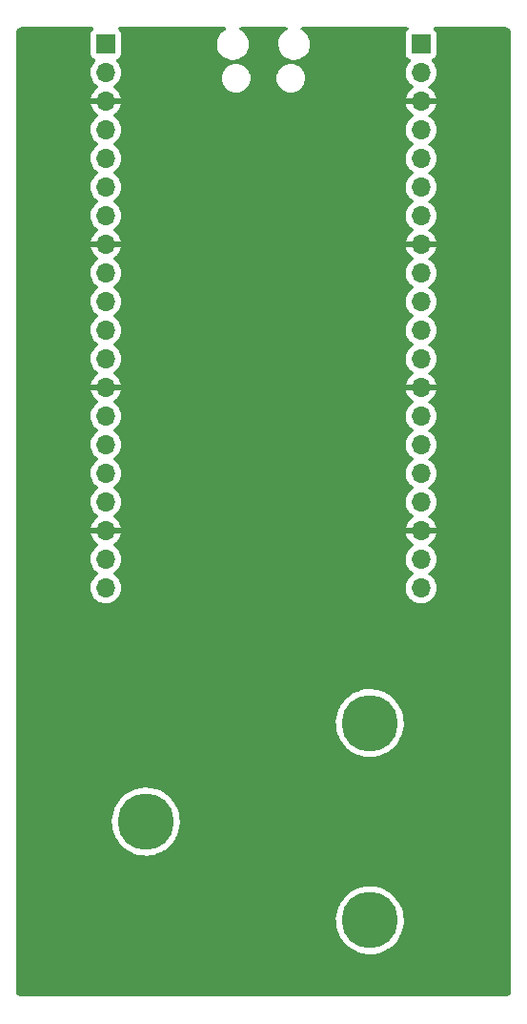
<source format=gbr>
%TF.GenerationSoftware,KiCad,Pcbnew,(6.0.4)*%
%TF.CreationDate,2022-11-07T15:55:16+01:00*%
%TF.ProjectId,mta1-usb-v1-programmer,6d746131-2d75-4736-922d-76312d70726f,rev?*%
%TF.SameCoordinates,Original*%
%TF.FileFunction,Copper,L2,Bot*%
%TF.FilePolarity,Positive*%
%FSLAX46Y46*%
G04 Gerber Fmt 4.6, Leading zero omitted, Abs format (unit mm)*
G04 Created by KiCad (PCBNEW (6.0.4)) date 2022-11-07 15:55:16*
%MOMM*%
%LPD*%
G01*
G04 APERTURE LIST*
%TA.AperFunction,ComponentPad*%
%ADD10C,5.000000*%
%TD*%
%TA.AperFunction,ComponentPad*%
%ADD11R,1.700000X1.700000*%
%TD*%
%TA.AperFunction,ComponentPad*%
%ADD12O,1.700000X1.700000*%
%TD*%
%TA.AperFunction,ViaPad*%
%ADD13C,0.600000*%
%TD*%
G04 APERTURE END LIST*
D10*
%TO.P,JIG1,M1*%
%TO.N,N/C*%
X130050000Y-120000000D03*
%TO.P,JIG1,M2*%
X149950000Y-128750000D03*
%TO.P,JIG1,M3*%
X149950000Y-111250000D03*
%TD*%
D11*
%TO.P,J2,1,Pin_1*%
%TO.N,+5V*%
X154500000Y-51000000D03*
D12*
%TO.P,J2,2,Pin_2*%
%TO.N,/PICO_VSYS*%
X154500000Y-53540000D03*
%TO.P,J2,3,Pin_3*%
%TO.N,GND*%
X154500000Y-56080000D03*
%TO.P,J2,4,Pin_4*%
%TO.N,/PICO_3V3_EN*%
X154500000Y-58620000D03*
%TO.P,J2,5,Pin_5*%
%TO.N,/PICO_3V3*%
X154500000Y-61160000D03*
%TO.P,J2,6,Pin_6*%
%TO.N,/PICO_ADC_VREF*%
X154500000Y-63700000D03*
%TO.P,J2,7,Pin_7*%
%TO.N,/PICO28*%
X154500000Y-66240000D03*
%TO.P,J2,8,Pin_8*%
%TO.N,GND*%
X154500000Y-68780000D03*
%TO.P,J2,9,Pin_9*%
%TO.N,/PICO27*%
X154500000Y-71320000D03*
%TO.P,J2,10,Pin_10*%
%TO.N,/PICO26*%
X154500000Y-73860000D03*
%TO.P,J2,11,Pin_11*%
%TO.N,/PICO_RUN*%
X154500000Y-76400000D03*
%TO.P,J2,12,Pin_12*%
%TO.N,/PICO22*%
X154500000Y-78940000D03*
%TO.P,J2,13,Pin_13*%
%TO.N,GND*%
X154500000Y-81480000D03*
%TO.P,J2,14,Pin_14*%
%TO.N,/GPIO4_U*%
X154500000Y-84020000D03*
%TO.P,J2,15,Pin_15*%
%TO.N,/GPIO3_U*%
X154500000Y-86560000D03*
%TO.P,J2,16,Pin_16*%
%TO.N,/GPIO2_U*%
X154500000Y-89100000D03*
%TO.P,J2,17,Pin_17*%
%TO.N,/GPIO1_U*%
X154500000Y-91640000D03*
%TO.P,J2,18,Pin_18*%
%TO.N,GND*%
X154500000Y-94180000D03*
%TO.P,J2,19,Pin_19*%
%TO.N,/CTS_U*%
X154500000Y-96720000D03*
%TO.P,J2,20,Pin_20*%
%TO.N,/RTS_U*%
X154500000Y-99260000D03*
%TD*%
D11*
%TO.P,J1,1,Pin_1*%
%TO.N,/PICO_0*%
X126500000Y-51000000D03*
D12*
%TO.P,J1,2,Pin_2*%
%TO.N,/PICO_1*%
X126500000Y-53540000D03*
%TO.P,J1,3,Pin_3*%
%TO.N,GND*%
X126500000Y-56080000D03*
%TO.P,J1,4,Pin_4*%
%TO.N,/PICO_2*%
X126500000Y-58620000D03*
%TO.P,J1,5,Pin_5*%
%TO.N,/PICO_3*%
X126500000Y-61160000D03*
%TO.P,J1,6,Pin_6*%
%TO.N,/PICO_4*%
X126500000Y-63700000D03*
%TO.P,J1,7,Pin_7*%
%TO.N,/PICO_5*%
X126500000Y-66240000D03*
%TO.P,J1,8,Pin_8*%
%TO.N,GND*%
X126500000Y-68780000D03*
%TO.P,J1,9,Pin_9*%
%TO.N,/PICO_6*%
X126500000Y-71320000D03*
%TO.P,J1,10,Pin_10*%
%TO.N,/5V_EN*%
X126500000Y-73860000D03*
%TO.P,J1,11,Pin_11*%
%TO.N,/TX_U*%
X126500000Y-76400000D03*
%TO.P,J1,12,Pin_12*%
%TO.N,/RX_U*%
X126500000Y-78940000D03*
%TO.P,J1,13,Pin_13*%
%TO.N,GND*%
X126500000Y-81480000D03*
%TO.P,J1,14,Pin_14*%
%TO.N,/SCK_U*%
X126500000Y-84020000D03*
%TO.P,J1,15,Pin_15*%
%TO.N,/MOSI_U*%
X126500000Y-86560000D03*
%TO.P,J1,16,Pin_16*%
%TO.N,/SS_U*%
X126500000Y-89100000D03*
%TO.P,J1,17,Pin_17*%
%TO.N,/MISO_U*%
X126500000Y-91640000D03*
%TO.P,J1,18,Pin_18*%
%TO.N,GND*%
X126500000Y-94180000D03*
%TO.P,J1,19,Pin_19*%
%TO.N,/CRESET_U*%
X126500000Y-96720000D03*
%TO.P,J1,20,Pin_20*%
%TO.N,/CDONE_U*%
X126500000Y-99260000D03*
%TD*%
D13*
%TO.N,GND*%
X132100000Y-108300000D03*
X143800000Y-130300000D03*
X119300000Y-104200000D03*
X119380000Y-115500000D03*
X140500000Y-102200000D03*
%TD*%
%TA.AperFunction,Conductor*%
%TO.N,GND*%
G36*
X125347895Y-49528502D02*
G01*
X125394388Y-49582158D01*
X125404492Y-49652432D01*
X125374998Y-49717012D01*
X125355339Y-49735326D01*
X125286739Y-49786739D01*
X125199385Y-49903295D01*
X125148255Y-50039684D01*
X125141500Y-50101866D01*
X125141500Y-51898134D01*
X125148255Y-51960316D01*
X125199385Y-52096705D01*
X125286739Y-52213261D01*
X125403295Y-52300615D01*
X125411704Y-52303767D01*
X125411705Y-52303768D01*
X125520451Y-52344535D01*
X125577216Y-52387176D01*
X125601916Y-52453738D01*
X125586709Y-52523087D01*
X125567316Y-52549568D01*
X125440629Y-52682138D01*
X125314743Y-52866680D01*
X125267715Y-52967993D01*
X125225429Y-53059092D01*
X125220688Y-53069305D01*
X125160989Y-53284570D01*
X125137251Y-53506695D01*
X125137548Y-53511848D01*
X125137548Y-53511851D01*
X125143011Y-53606590D01*
X125150110Y-53729715D01*
X125151247Y-53734761D01*
X125151248Y-53734767D01*
X125167148Y-53805319D01*
X125199222Y-53947639D01*
X125283266Y-54154616D01*
X125399987Y-54345088D01*
X125546250Y-54513938D01*
X125718126Y-54656632D01*
X125734435Y-54666162D01*
X125791955Y-54699774D01*
X125840679Y-54751412D01*
X125853750Y-54821195D01*
X125827019Y-54886967D01*
X125786562Y-54920327D01*
X125778457Y-54924546D01*
X125769738Y-54930036D01*
X125599433Y-55057905D01*
X125591726Y-55064748D01*
X125444590Y-55218717D01*
X125438104Y-55226727D01*
X125318098Y-55402649D01*
X125313000Y-55411623D01*
X125223338Y-55604783D01*
X125219775Y-55614470D01*
X125164389Y-55814183D01*
X125165912Y-55822607D01*
X125178292Y-55826000D01*
X127818344Y-55826000D01*
X127831875Y-55822027D01*
X127833180Y-55812947D01*
X127791214Y-55645875D01*
X127787894Y-55636124D01*
X127702972Y-55440814D01*
X127698105Y-55431739D01*
X127582426Y-55252926D01*
X127576136Y-55244757D01*
X127432806Y-55087240D01*
X127425273Y-55080215D01*
X127258139Y-54948222D01*
X127249556Y-54942520D01*
X127212602Y-54922120D01*
X127162631Y-54871687D01*
X127147859Y-54802245D01*
X127172975Y-54735839D01*
X127200327Y-54709232D01*
X127260709Y-54666162D01*
X127379860Y-54581173D01*
X127538096Y-54423489D01*
X127597594Y-54340689D01*
X127665435Y-54246277D01*
X127668453Y-54242077D01*
X127767430Y-54041811D01*
X127771018Y-54030000D01*
X136811693Y-54030000D01*
X136830885Y-54249371D01*
X136887880Y-54462076D01*
X136931415Y-54555438D01*
X136978618Y-54656666D01*
X136978621Y-54656671D01*
X136980944Y-54661653D01*
X136984100Y-54666160D01*
X136984101Y-54666162D01*
X137092657Y-54821195D01*
X137107251Y-54842038D01*
X137262962Y-54997749D01*
X137443346Y-55124056D01*
X137642924Y-55217120D01*
X137855629Y-55274115D01*
X138075000Y-55293307D01*
X138294371Y-55274115D01*
X138507076Y-55217120D01*
X138706654Y-55124056D01*
X138887038Y-54997749D01*
X139042749Y-54842038D01*
X139057344Y-54821195D01*
X139165899Y-54666162D01*
X139165900Y-54666160D01*
X139169056Y-54661653D01*
X139171379Y-54656671D01*
X139171382Y-54656666D01*
X139218585Y-54555438D01*
X139262120Y-54462076D01*
X139319115Y-54249371D01*
X139338307Y-54030000D01*
X141661693Y-54030000D01*
X141680885Y-54249371D01*
X141737880Y-54462076D01*
X141781415Y-54555438D01*
X141828618Y-54656666D01*
X141828621Y-54656671D01*
X141830944Y-54661653D01*
X141834100Y-54666160D01*
X141834101Y-54666162D01*
X141942657Y-54821195D01*
X141957251Y-54842038D01*
X142112962Y-54997749D01*
X142293346Y-55124056D01*
X142492924Y-55217120D01*
X142705629Y-55274115D01*
X142925000Y-55293307D01*
X143144371Y-55274115D01*
X143357076Y-55217120D01*
X143556654Y-55124056D01*
X143737038Y-54997749D01*
X143892749Y-54842038D01*
X143907344Y-54821195D01*
X144015899Y-54666162D01*
X144015900Y-54666160D01*
X144019056Y-54661653D01*
X144021379Y-54656671D01*
X144021382Y-54656666D01*
X144068585Y-54555438D01*
X144112120Y-54462076D01*
X144169115Y-54249371D01*
X144188307Y-54030000D01*
X144169115Y-53810629D01*
X144112120Y-53597924D01*
X144067186Y-53501562D01*
X144021382Y-53403334D01*
X144021379Y-53403329D01*
X144019056Y-53398347D01*
X143958835Y-53312342D01*
X143895908Y-53222473D01*
X143895906Y-53222470D01*
X143892749Y-53217962D01*
X143737038Y-53062251D01*
X143556654Y-52935944D01*
X143357076Y-52842880D01*
X143144371Y-52785885D01*
X142925000Y-52766693D01*
X142705629Y-52785885D01*
X142492924Y-52842880D01*
X142441885Y-52866680D01*
X142298334Y-52933618D01*
X142298329Y-52933621D01*
X142293347Y-52935944D01*
X142288840Y-52939100D01*
X142288838Y-52939101D01*
X142117473Y-53059092D01*
X142117470Y-53059094D01*
X142112962Y-53062251D01*
X141957251Y-53217962D01*
X141954094Y-53222470D01*
X141954092Y-53222473D01*
X141891165Y-53312342D01*
X141830944Y-53398347D01*
X141828621Y-53403329D01*
X141828618Y-53403334D01*
X141782814Y-53501562D01*
X141737880Y-53597924D01*
X141680885Y-53810629D01*
X141661693Y-54030000D01*
X139338307Y-54030000D01*
X139319115Y-53810629D01*
X139262120Y-53597924D01*
X139217186Y-53501562D01*
X139171382Y-53403334D01*
X139171379Y-53403329D01*
X139169056Y-53398347D01*
X139108835Y-53312342D01*
X139045908Y-53222473D01*
X139045906Y-53222470D01*
X139042749Y-53217962D01*
X138887038Y-53062251D01*
X138706654Y-52935944D01*
X138507076Y-52842880D01*
X138294371Y-52785885D01*
X138075000Y-52766693D01*
X137855629Y-52785885D01*
X137642924Y-52842880D01*
X137591885Y-52866680D01*
X137448334Y-52933618D01*
X137448329Y-52933621D01*
X137443347Y-52935944D01*
X137438840Y-52939100D01*
X137438838Y-52939101D01*
X137267473Y-53059092D01*
X137267470Y-53059094D01*
X137262962Y-53062251D01*
X137107251Y-53217962D01*
X137104094Y-53222470D01*
X137104092Y-53222473D01*
X137041165Y-53312342D01*
X136980944Y-53398347D01*
X136978621Y-53403329D01*
X136978618Y-53403334D01*
X136932814Y-53501562D01*
X136887880Y-53597924D01*
X136830885Y-53810629D01*
X136811693Y-54030000D01*
X127771018Y-54030000D01*
X127832370Y-53828069D01*
X127861529Y-53606590D01*
X127863156Y-53540000D01*
X127844852Y-53317361D01*
X127790431Y-53100702D01*
X127701354Y-52895840D01*
X127661906Y-52834862D01*
X127582822Y-52712617D01*
X127582820Y-52712614D01*
X127580014Y-52708277D01*
X127576532Y-52704450D01*
X127432798Y-52546488D01*
X127401746Y-52482642D01*
X127410141Y-52412143D01*
X127455317Y-52357375D01*
X127481761Y-52343706D01*
X127588297Y-52303767D01*
X127596705Y-52300615D01*
X127713261Y-52213261D01*
X127800615Y-52096705D01*
X127851745Y-51960316D01*
X127858500Y-51898134D01*
X127858500Y-50101866D01*
X127851745Y-50039684D01*
X127800615Y-49903295D01*
X127713261Y-49786739D01*
X127644661Y-49735326D01*
X127602146Y-49678467D01*
X127597120Y-49607648D01*
X127631180Y-49545355D01*
X127693511Y-49511365D01*
X127720226Y-49508500D01*
X137074704Y-49508500D01*
X137142825Y-49528502D01*
X137189318Y-49582158D01*
X137199422Y-49652432D01*
X137169928Y-49717012D01*
X137132884Y-49746263D01*
X137055117Y-49786746D01*
X137021872Y-49804052D01*
X137017739Y-49807155D01*
X137017736Y-49807157D01*
X136878494Y-49911703D01*
X136836655Y-49943117D01*
X136800640Y-49980805D01*
X136681686Y-50105283D01*
X136676639Y-50110564D01*
X136673725Y-50114836D01*
X136673724Y-50114837D01*
X136658152Y-50137665D01*
X136546119Y-50301899D01*
X136448602Y-50511981D01*
X136386707Y-50735169D01*
X136362095Y-50965469D01*
X136362392Y-50970622D01*
X136362392Y-50970625D01*
X136368067Y-51069041D01*
X136375427Y-51196697D01*
X136376564Y-51201743D01*
X136376565Y-51201749D01*
X136408741Y-51344523D01*
X136426346Y-51422642D01*
X136428288Y-51427424D01*
X136428289Y-51427428D01*
X136511540Y-51632450D01*
X136513484Y-51637237D01*
X136634501Y-51834719D01*
X136786147Y-52009784D01*
X136964349Y-52157730D01*
X137164322Y-52274584D01*
X137169147Y-52276426D01*
X137169148Y-52276427D01*
X137232490Y-52300615D01*
X137380694Y-52357209D01*
X137385760Y-52358240D01*
X137385761Y-52358240D01*
X137387039Y-52358500D01*
X137607656Y-52403385D01*
X137738324Y-52408176D01*
X137833949Y-52411683D01*
X137833953Y-52411683D01*
X137839113Y-52411872D01*
X137844233Y-52411216D01*
X137844235Y-52411216D01*
X137917270Y-52401860D01*
X138068847Y-52382442D01*
X138073795Y-52380957D01*
X138073802Y-52380956D01*
X138285747Y-52317369D01*
X138290690Y-52315886D01*
X138321862Y-52300615D01*
X138494049Y-52216262D01*
X138494052Y-52216260D01*
X138498684Y-52213991D01*
X138687243Y-52079494D01*
X138851303Y-51916005D01*
X138986458Y-51727917D01*
X139033641Y-51632450D01*
X139086784Y-51524922D01*
X139086785Y-51524920D01*
X139089078Y-51520280D01*
X139156408Y-51298671D01*
X139186640Y-51069041D01*
X139188327Y-51000000D01*
X139182032Y-50923434D01*
X139169773Y-50774318D01*
X139169772Y-50774312D01*
X139169349Y-50769167D01*
X139112925Y-50544533D01*
X139110866Y-50539797D01*
X139022630Y-50336868D01*
X139022628Y-50336865D01*
X139020570Y-50332131D01*
X138894764Y-50137665D01*
X138862190Y-50101866D01*
X138812757Y-50047540D01*
X138738887Y-49966358D01*
X138734836Y-49963159D01*
X138734832Y-49963155D01*
X138561177Y-49826011D01*
X138561172Y-49826008D01*
X138557123Y-49822810D01*
X138552604Y-49820316D01*
X138552599Y-49820312D01*
X138415825Y-49744809D01*
X138365854Y-49694376D01*
X138351082Y-49624933D01*
X138376198Y-49558528D01*
X138433229Y-49516243D01*
X138476718Y-49508500D01*
X142524704Y-49508500D01*
X142592825Y-49528502D01*
X142639318Y-49582158D01*
X142649422Y-49652432D01*
X142619928Y-49717012D01*
X142582884Y-49746263D01*
X142505117Y-49786746D01*
X142471872Y-49804052D01*
X142467739Y-49807155D01*
X142467736Y-49807157D01*
X142328494Y-49911703D01*
X142286655Y-49943117D01*
X142250640Y-49980805D01*
X142131686Y-50105283D01*
X142126639Y-50110564D01*
X142123725Y-50114836D01*
X142123724Y-50114837D01*
X142108152Y-50137665D01*
X141996119Y-50301899D01*
X141898602Y-50511981D01*
X141836707Y-50735169D01*
X141812095Y-50965469D01*
X141812392Y-50970622D01*
X141812392Y-50970625D01*
X141818067Y-51069041D01*
X141825427Y-51196697D01*
X141826564Y-51201743D01*
X141826565Y-51201749D01*
X141858741Y-51344523D01*
X141876346Y-51422642D01*
X141878288Y-51427424D01*
X141878289Y-51427428D01*
X141961540Y-51632450D01*
X141963484Y-51637237D01*
X142084501Y-51834719D01*
X142236147Y-52009784D01*
X142414349Y-52157730D01*
X142614322Y-52274584D01*
X142619147Y-52276426D01*
X142619148Y-52276427D01*
X142682490Y-52300615D01*
X142830694Y-52357209D01*
X142835760Y-52358240D01*
X142835761Y-52358240D01*
X142837039Y-52358500D01*
X143057656Y-52403385D01*
X143188324Y-52408176D01*
X143283949Y-52411683D01*
X143283953Y-52411683D01*
X143289113Y-52411872D01*
X143294233Y-52411216D01*
X143294235Y-52411216D01*
X143367270Y-52401860D01*
X143518847Y-52382442D01*
X143523795Y-52380957D01*
X143523802Y-52380956D01*
X143735747Y-52317369D01*
X143740690Y-52315886D01*
X143771862Y-52300615D01*
X143944049Y-52216262D01*
X143944052Y-52216260D01*
X143948684Y-52213991D01*
X144137243Y-52079494D01*
X144301303Y-51916005D01*
X144436458Y-51727917D01*
X144483641Y-51632450D01*
X144536784Y-51524922D01*
X144536785Y-51524920D01*
X144539078Y-51520280D01*
X144606408Y-51298671D01*
X144636640Y-51069041D01*
X144638327Y-51000000D01*
X144632032Y-50923434D01*
X144619773Y-50774318D01*
X144619772Y-50774312D01*
X144619349Y-50769167D01*
X144562925Y-50544533D01*
X144560866Y-50539797D01*
X144472630Y-50336868D01*
X144472628Y-50336865D01*
X144470570Y-50332131D01*
X144344764Y-50137665D01*
X144312190Y-50101866D01*
X144262757Y-50047540D01*
X144188887Y-49966358D01*
X144184836Y-49963159D01*
X144184832Y-49963155D01*
X144011177Y-49826011D01*
X144011172Y-49826008D01*
X144007123Y-49822810D01*
X144002604Y-49820316D01*
X144002599Y-49820312D01*
X143865825Y-49744809D01*
X143815854Y-49694376D01*
X143801082Y-49624933D01*
X143826198Y-49558528D01*
X143883229Y-49516243D01*
X143926718Y-49508500D01*
X153279774Y-49508500D01*
X153347895Y-49528502D01*
X153394388Y-49582158D01*
X153404492Y-49652432D01*
X153374998Y-49717012D01*
X153355339Y-49735326D01*
X153286739Y-49786739D01*
X153199385Y-49903295D01*
X153148255Y-50039684D01*
X153141500Y-50101866D01*
X153141500Y-51898134D01*
X153148255Y-51960316D01*
X153199385Y-52096705D01*
X153286739Y-52213261D01*
X153403295Y-52300615D01*
X153411704Y-52303767D01*
X153411705Y-52303768D01*
X153520451Y-52344535D01*
X153577216Y-52387176D01*
X153601916Y-52453738D01*
X153586709Y-52523087D01*
X153567316Y-52549568D01*
X153440629Y-52682138D01*
X153314743Y-52866680D01*
X153267715Y-52967993D01*
X153225429Y-53059092D01*
X153220688Y-53069305D01*
X153160989Y-53284570D01*
X153137251Y-53506695D01*
X153137548Y-53511848D01*
X153137548Y-53511851D01*
X153143011Y-53606590D01*
X153150110Y-53729715D01*
X153151247Y-53734761D01*
X153151248Y-53734767D01*
X153167148Y-53805319D01*
X153199222Y-53947639D01*
X153283266Y-54154616D01*
X153399987Y-54345088D01*
X153546250Y-54513938D01*
X153718126Y-54656632D01*
X153734435Y-54666162D01*
X153791955Y-54699774D01*
X153840679Y-54751412D01*
X153853750Y-54821195D01*
X153827019Y-54886967D01*
X153786562Y-54920327D01*
X153778457Y-54924546D01*
X153769738Y-54930036D01*
X153599433Y-55057905D01*
X153591726Y-55064748D01*
X153444590Y-55218717D01*
X153438104Y-55226727D01*
X153318098Y-55402649D01*
X153313000Y-55411623D01*
X153223338Y-55604783D01*
X153219775Y-55614470D01*
X153164389Y-55814183D01*
X153165912Y-55822607D01*
X153178292Y-55826000D01*
X155818344Y-55826000D01*
X155831875Y-55822027D01*
X155833180Y-55812947D01*
X155791214Y-55645875D01*
X155787894Y-55636124D01*
X155702972Y-55440814D01*
X155698105Y-55431739D01*
X155582426Y-55252926D01*
X155576136Y-55244757D01*
X155432806Y-55087240D01*
X155425273Y-55080215D01*
X155258139Y-54948222D01*
X155249556Y-54942520D01*
X155212602Y-54922120D01*
X155162631Y-54871687D01*
X155147859Y-54802245D01*
X155172975Y-54735839D01*
X155200327Y-54709232D01*
X155260709Y-54666162D01*
X155379860Y-54581173D01*
X155538096Y-54423489D01*
X155597594Y-54340689D01*
X155665435Y-54246277D01*
X155668453Y-54242077D01*
X155767430Y-54041811D01*
X155832370Y-53828069D01*
X155861529Y-53606590D01*
X155863156Y-53540000D01*
X155844852Y-53317361D01*
X155790431Y-53100702D01*
X155701354Y-52895840D01*
X155661906Y-52834862D01*
X155582822Y-52712617D01*
X155582820Y-52712614D01*
X155580014Y-52708277D01*
X155576532Y-52704450D01*
X155432798Y-52546488D01*
X155401746Y-52482642D01*
X155410141Y-52412143D01*
X155455317Y-52357375D01*
X155481761Y-52343706D01*
X155588297Y-52303767D01*
X155596705Y-52300615D01*
X155713261Y-52213261D01*
X155800615Y-52096705D01*
X155851745Y-51960316D01*
X155858500Y-51898134D01*
X155858500Y-50101866D01*
X155851745Y-50039684D01*
X155800615Y-49903295D01*
X155713261Y-49786739D01*
X155644661Y-49735326D01*
X155602146Y-49678467D01*
X155597120Y-49607648D01*
X155631180Y-49545355D01*
X155693511Y-49511365D01*
X155720226Y-49508500D01*
X161950633Y-49508500D01*
X161970018Y-49510000D01*
X161984852Y-49512310D01*
X161984855Y-49512310D01*
X161993724Y-49513691D01*
X162002626Y-49512527D01*
X162002750Y-49512511D01*
X162033192Y-49512240D01*
X162040621Y-49513077D01*
X162095264Y-49519234D01*
X162122771Y-49525513D01*
X162199853Y-49552485D01*
X162225274Y-49564727D01*
X162294426Y-49608178D01*
X162316485Y-49625770D01*
X162374230Y-49683515D01*
X162391822Y-49705574D01*
X162435273Y-49774726D01*
X162447515Y-49800147D01*
X162474487Y-49877228D01*
X162480766Y-49904736D01*
X162487018Y-49960226D01*
X162486923Y-49975868D01*
X162487800Y-49975879D01*
X162487690Y-49984851D01*
X162486309Y-49993724D01*
X162487473Y-50002626D01*
X162487473Y-50002628D01*
X162490436Y-50025283D01*
X162491500Y-50041621D01*
X162491500Y-134943530D01*
X162490000Y-134962915D01*
X162487690Y-134977748D01*
X162487690Y-134977752D01*
X162486309Y-134986621D01*
X162487489Y-134995646D01*
X162487761Y-135026081D01*
X162487024Y-135032624D01*
X162480767Y-135088161D01*
X162474490Y-135115664D01*
X162447514Y-135192757D01*
X162435274Y-135218173D01*
X162391823Y-135287325D01*
X162374231Y-135309384D01*
X162316487Y-135367128D01*
X162294429Y-135384720D01*
X162225274Y-135428174D01*
X162199852Y-135440416D01*
X162122773Y-135467387D01*
X162095264Y-135473666D01*
X162039798Y-135479915D01*
X162024133Y-135479650D01*
X162024120Y-135480693D01*
X162015151Y-135480584D01*
X162006276Y-135479202D01*
X161974714Y-135483329D01*
X161958379Y-135484393D01*
X119049367Y-135484393D01*
X119029982Y-135482893D01*
X119015149Y-135480583D01*
X119015145Y-135480583D01*
X119006276Y-135479202D01*
X118997374Y-135480366D01*
X118997369Y-135480366D01*
X118997250Y-135480382D01*
X118966813Y-135480653D01*
X118904739Y-135473659D01*
X118877231Y-135467380D01*
X118800147Y-135440407D01*
X118774726Y-135428165D01*
X118705580Y-135384718D01*
X118683521Y-135367126D01*
X118625772Y-135309377D01*
X118608184Y-135287323D01*
X118564731Y-135218168D01*
X118552492Y-135192752D01*
X118525518Y-135115664D01*
X118519239Y-135088155D01*
X118512983Y-135032624D01*
X118512200Y-135016975D01*
X118512309Y-135008044D01*
X118513691Y-134999173D01*
X118512527Y-134990270D01*
X118512527Y-134990264D01*
X118509564Y-134967603D01*
X118508500Y-134951267D01*
X118508500Y-128655341D01*
X146937888Y-128655341D01*
X146937983Y-128658971D01*
X146937983Y-128658972D01*
X146940367Y-128750000D01*
X146946970Y-129002171D01*
X146995856Y-129345660D01*
X147083897Y-129681253D01*
X147209927Y-130004503D01*
X147211624Y-130007708D01*
X147345113Y-130259825D01*
X147372275Y-130311126D01*
X147374325Y-130314109D01*
X147374327Y-130314112D01*
X147566733Y-130594064D01*
X147566739Y-130594071D01*
X147568790Y-130597056D01*
X147796866Y-130858505D01*
X147799551Y-130860948D01*
X148009268Y-131051775D01*
X148053481Y-131092006D01*
X148335233Y-131294466D01*
X148638388Y-131463200D01*
X148958928Y-131595972D01*
X148962422Y-131596967D01*
X148962424Y-131596968D01*
X149289103Y-131690025D01*
X149289108Y-131690026D01*
X149292604Y-131691022D01*
X149489304Y-131723233D01*
X149631412Y-131746504D01*
X149631419Y-131746505D01*
X149634993Y-131747090D01*
X149808276Y-131755262D01*
X149977931Y-131763263D01*
X149977932Y-131763263D01*
X149981558Y-131763434D01*
X149990415Y-131762830D01*
X150324073Y-131740084D01*
X150324081Y-131740083D01*
X150327704Y-131739836D01*
X150331279Y-131739173D01*
X150331282Y-131739173D01*
X150665279Y-131677270D01*
X150665283Y-131677269D01*
X150668844Y-131676609D01*
X151000456Y-131574592D01*
X151318145Y-131435136D01*
X151562511Y-131292341D01*
X151614560Y-131261926D01*
X151614562Y-131261925D01*
X151617700Y-131260091D01*
X151620609Y-131257907D01*
X151892244Y-131053958D01*
X151892248Y-131053955D01*
X151895151Y-131051775D01*
X152146819Y-130812950D01*
X152369370Y-130546783D01*
X152559853Y-130256799D01*
X152688446Y-130001121D01*
X152714117Y-129950080D01*
X152714120Y-129950072D01*
X152715744Y-129946844D01*
X152834977Y-129621026D01*
X152835822Y-129617504D01*
X152835825Y-129617496D01*
X152915124Y-129287191D01*
X152915125Y-129287187D01*
X152915971Y-129283662D01*
X152950035Y-129002171D01*
X152957316Y-128942004D01*
X152957316Y-128941997D01*
X152957652Y-128939225D01*
X152963599Y-128750000D01*
X152963438Y-128747204D01*
X152943836Y-128407246D01*
X152943835Y-128407241D01*
X152943627Y-128403626D01*
X152883976Y-128061842D01*
X152785437Y-127729180D01*
X152649316Y-127410048D01*
X152599569Y-127322831D01*
X152479208Y-127111816D01*
X152477417Y-127108676D01*
X152272018Y-126829060D01*
X152035842Y-126574904D01*
X151772019Y-126349578D01*
X151484047Y-126156069D01*
X151175741Y-125996940D01*
X150851189Y-125874302D01*
X150847668Y-125873418D01*
X150847663Y-125873416D01*
X150686378Y-125832904D01*
X150514692Y-125789780D01*
X150492476Y-125786855D01*
X150174315Y-125744968D01*
X150174307Y-125744967D01*
X150170711Y-125744494D01*
X150026045Y-125742221D01*
X149827446Y-125739101D01*
X149827442Y-125739101D01*
X149823804Y-125739044D01*
X149820190Y-125739405D01*
X149820184Y-125739405D01*
X149576843Y-125763694D01*
X149478569Y-125773503D01*
X149139583Y-125847414D01*
X149136156Y-125848587D01*
X149136150Y-125848589D01*
X149057296Y-125875587D01*
X148811339Y-125959797D01*
X148498188Y-126109163D01*
X148204279Y-126293532D01*
X148201443Y-126295804D01*
X148201436Y-126295809D01*
X147957384Y-126491332D01*
X147933509Y-126510459D01*
X147689466Y-126757071D01*
X147687225Y-126759929D01*
X147630732Y-126831978D01*
X147475386Y-127030098D01*
X147473493Y-127033187D01*
X147473491Y-127033190D01*
X147427233Y-127108676D01*
X147294105Y-127325921D01*
X147292580Y-127329206D01*
X147292578Y-127329210D01*
X147253505Y-127413386D01*
X147148027Y-127640620D01*
X147039087Y-127970023D01*
X146968730Y-128309764D01*
X146937888Y-128655341D01*
X118508500Y-128655341D01*
X118508500Y-119905341D01*
X127037888Y-119905341D01*
X127037983Y-119908971D01*
X127037983Y-119908972D01*
X127040367Y-120000000D01*
X127046970Y-120252171D01*
X127095856Y-120595660D01*
X127183897Y-120931253D01*
X127309927Y-121254503D01*
X127311624Y-121257708D01*
X127445113Y-121509825D01*
X127472275Y-121561126D01*
X127474325Y-121564109D01*
X127474327Y-121564112D01*
X127666733Y-121844064D01*
X127666739Y-121844071D01*
X127668790Y-121847056D01*
X127896866Y-122108505D01*
X127899551Y-122110948D01*
X128109268Y-122301775D01*
X128153481Y-122342006D01*
X128435233Y-122544466D01*
X128738388Y-122713200D01*
X129058928Y-122845972D01*
X129062422Y-122846967D01*
X129062424Y-122846968D01*
X129389103Y-122940025D01*
X129389108Y-122940026D01*
X129392604Y-122941022D01*
X129589304Y-122973233D01*
X129731412Y-122996504D01*
X129731419Y-122996505D01*
X129734993Y-122997090D01*
X129908275Y-123005262D01*
X130077931Y-123013263D01*
X130077932Y-123013263D01*
X130081558Y-123013434D01*
X130090415Y-123012830D01*
X130424073Y-122990084D01*
X130424081Y-122990083D01*
X130427704Y-122989836D01*
X130431279Y-122989173D01*
X130431282Y-122989173D01*
X130765279Y-122927270D01*
X130765283Y-122927269D01*
X130768844Y-122926609D01*
X131100456Y-122824592D01*
X131418145Y-122685136D01*
X131662511Y-122542341D01*
X131714560Y-122511926D01*
X131714562Y-122511925D01*
X131717700Y-122510091D01*
X131720609Y-122507907D01*
X131992244Y-122303958D01*
X131992248Y-122303955D01*
X131995151Y-122301775D01*
X132246819Y-122062950D01*
X132469370Y-121796783D01*
X132659853Y-121506799D01*
X132788446Y-121251121D01*
X132814117Y-121200080D01*
X132814120Y-121200072D01*
X132815744Y-121196844D01*
X132934977Y-120871026D01*
X132935822Y-120867504D01*
X132935825Y-120867496D01*
X133015124Y-120537191D01*
X133015125Y-120537187D01*
X133015971Y-120533662D01*
X133050035Y-120252171D01*
X133057316Y-120192004D01*
X133057316Y-120191997D01*
X133057652Y-120189225D01*
X133063599Y-120000000D01*
X133063438Y-119997204D01*
X133043836Y-119657246D01*
X133043835Y-119657241D01*
X133043627Y-119653626D01*
X132983976Y-119311842D01*
X132885437Y-118979180D01*
X132749316Y-118660048D01*
X132699569Y-118572831D01*
X132579208Y-118361816D01*
X132577417Y-118358676D01*
X132372018Y-118079060D01*
X132135842Y-117824904D01*
X131872019Y-117599578D01*
X131584047Y-117406069D01*
X131275741Y-117246940D01*
X130951189Y-117124302D01*
X130947668Y-117123418D01*
X130947663Y-117123416D01*
X130786378Y-117082904D01*
X130614692Y-117039780D01*
X130592476Y-117036855D01*
X130274315Y-116994968D01*
X130274307Y-116994967D01*
X130270711Y-116994494D01*
X130126045Y-116992221D01*
X129927446Y-116989101D01*
X129927442Y-116989101D01*
X129923804Y-116989044D01*
X129920190Y-116989405D01*
X129920184Y-116989405D01*
X129676843Y-117013694D01*
X129578569Y-117023503D01*
X129239583Y-117097414D01*
X129236156Y-117098587D01*
X129236150Y-117098589D01*
X129157296Y-117125587D01*
X128911339Y-117209797D01*
X128598188Y-117359163D01*
X128304279Y-117543532D01*
X128301443Y-117545804D01*
X128301436Y-117545809D01*
X128057384Y-117741332D01*
X128033509Y-117760459D01*
X127789466Y-118007071D01*
X127787225Y-118009929D01*
X127730732Y-118081978D01*
X127575386Y-118280098D01*
X127573493Y-118283187D01*
X127573491Y-118283190D01*
X127527233Y-118358676D01*
X127394105Y-118575921D01*
X127392580Y-118579206D01*
X127392578Y-118579210D01*
X127353505Y-118663386D01*
X127248027Y-118890620D01*
X127139087Y-119220023D01*
X127068730Y-119559764D01*
X127037888Y-119905341D01*
X118508500Y-119905341D01*
X118508500Y-111155341D01*
X146937888Y-111155341D01*
X146937983Y-111158971D01*
X146937983Y-111158972D01*
X146940367Y-111250000D01*
X146946970Y-111502171D01*
X146995856Y-111845660D01*
X147083897Y-112181253D01*
X147209927Y-112504503D01*
X147211624Y-112507708D01*
X147345113Y-112759825D01*
X147372275Y-112811126D01*
X147374325Y-112814109D01*
X147374327Y-112814112D01*
X147566733Y-113094064D01*
X147566739Y-113094071D01*
X147568790Y-113097056D01*
X147796866Y-113358505D01*
X147799551Y-113360948D01*
X148009268Y-113551775D01*
X148053481Y-113592006D01*
X148335233Y-113794466D01*
X148638388Y-113963200D01*
X148958928Y-114095972D01*
X148962422Y-114096967D01*
X148962424Y-114096968D01*
X149289103Y-114190025D01*
X149289108Y-114190026D01*
X149292604Y-114191022D01*
X149489304Y-114223233D01*
X149631412Y-114246504D01*
X149631419Y-114246505D01*
X149634993Y-114247090D01*
X149808275Y-114255262D01*
X149977931Y-114263263D01*
X149977932Y-114263263D01*
X149981558Y-114263434D01*
X149990415Y-114262830D01*
X150324073Y-114240084D01*
X150324081Y-114240083D01*
X150327704Y-114239836D01*
X150331279Y-114239173D01*
X150331282Y-114239173D01*
X150665279Y-114177270D01*
X150665283Y-114177269D01*
X150668844Y-114176609D01*
X151000456Y-114074592D01*
X151318145Y-113935136D01*
X151562511Y-113792341D01*
X151614560Y-113761926D01*
X151614562Y-113761925D01*
X151617700Y-113760091D01*
X151620609Y-113757907D01*
X151892244Y-113553958D01*
X151892248Y-113553955D01*
X151895151Y-113551775D01*
X152146819Y-113312950D01*
X152369370Y-113046783D01*
X152559853Y-112756799D01*
X152688446Y-112501121D01*
X152714117Y-112450080D01*
X152714120Y-112450072D01*
X152715744Y-112446844D01*
X152834977Y-112121026D01*
X152835822Y-112117504D01*
X152835825Y-112117496D01*
X152915124Y-111787191D01*
X152915125Y-111787187D01*
X152915971Y-111783662D01*
X152950035Y-111502171D01*
X152957316Y-111442004D01*
X152957316Y-111441997D01*
X152957652Y-111439225D01*
X152963599Y-111250000D01*
X152963438Y-111247204D01*
X152943836Y-110907246D01*
X152943835Y-110907241D01*
X152943627Y-110903626D01*
X152883976Y-110561842D01*
X152785437Y-110229180D01*
X152649316Y-109910048D01*
X152599569Y-109822831D01*
X152479208Y-109611816D01*
X152477417Y-109608676D01*
X152272018Y-109329060D01*
X152035842Y-109074904D01*
X151772019Y-108849578D01*
X151484047Y-108656069D01*
X151175741Y-108496940D01*
X150851189Y-108374302D01*
X150847668Y-108373418D01*
X150847663Y-108373416D01*
X150686378Y-108332904D01*
X150514692Y-108289780D01*
X150492476Y-108286855D01*
X150174315Y-108244968D01*
X150174307Y-108244967D01*
X150170711Y-108244494D01*
X150026045Y-108242221D01*
X149827446Y-108239101D01*
X149827442Y-108239101D01*
X149823804Y-108239044D01*
X149820190Y-108239405D01*
X149820184Y-108239405D01*
X149576843Y-108263694D01*
X149478569Y-108273503D01*
X149139583Y-108347414D01*
X149136156Y-108348587D01*
X149136150Y-108348589D01*
X149057296Y-108375587D01*
X148811339Y-108459797D01*
X148498188Y-108609163D01*
X148204279Y-108793532D01*
X148201443Y-108795804D01*
X148201436Y-108795809D01*
X147957384Y-108991332D01*
X147933509Y-109010459D01*
X147689466Y-109257071D01*
X147687225Y-109259929D01*
X147630732Y-109331978D01*
X147475386Y-109530098D01*
X147473493Y-109533187D01*
X147473491Y-109533190D01*
X147427233Y-109608676D01*
X147294105Y-109825921D01*
X147292580Y-109829206D01*
X147292578Y-109829210D01*
X147253505Y-109913386D01*
X147148027Y-110140620D01*
X147039087Y-110470023D01*
X146968730Y-110809764D01*
X146937888Y-111155341D01*
X118508500Y-111155341D01*
X118508500Y-99226695D01*
X125137251Y-99226695D01*
X125137548Y-99231848D01*
X125137548Y-99231851D01*
X125143011Y-99326590D01*
X125150110Y-99449715D01*
X125151247Y-99454761D01*
X125151248Y-99454767D01*
X125171119Y-99542939D01*
X125199222Y-99667639D01*
X125283266Y-99874616D01*
X125399987Y-100065088D01*
X125546250Y-100233938D01*
X125718126Y-100376632D01*
X125911000Y-100489338D01*
X126119692Y-100569030D01*
X126124760Y-100570061D01*
X126124763Y-100570062D01*
X126232017Y-100591883D01*
X126338597Y-100613567D01*
X126343772Y-100613757D01*
X126343774Y-100613757D01*
X126556673Y-100621564D01*
X126556677Y-100621564D01*
X126561837Y-100621753D01*
X126566957Y-100621097D01*
X126566959Y-100621097D01*
X126778288Y-100594025D01*
X126778289Y-100594025D01*
X126783416Y-100593368D01*
X126788366Y-100591883D01*
X126992429Y-100530661D01*
X126992434Y-100530659D01*
X126997384Y-100529174D01*
X127197994Y-100430896D01*
X127379860Y-100301173D01*
X127538096Y-100143489D01*
X127597594Y-100060689D01*
X127665435Y-99966277D01*
X127668453Y-99962077D01*
X127767430Y-99761811D01*
X127832370Y-99548069D01*
X127861529Y-99326590D01*
X127863156Y-99260000D01*
X127860418Y-99226695D01*
X153137251Y-99226695D01*
X153137548Y-99231848D01*
X153137548Y-99231851D01*
X153143011Y-99326590D01*
X153150110Y-99449715D01*
X153151247Y-99454761D01*
X153151248Y-99454767D01*
X153171119Y-99542939D01*
X153199222Y-99667639D01*
X153283266Y-99874616D01*
X153399987Y-100065088D01*
X153546250Y-100233938D01*
X153718126Y-100376632D01*
X153911000Y-100489338D01*
X154119692Y-100569030D01*
X154124760Y-100570061D01*
X154124763Y-100570062D01*
X154232017Y-100591883D01*
X154338597Y-100613567D01*
X154343772Y-100613757D01*
X154343774Y-100613757D01*
X154556673Y-100621564D01*
X154556677Y-100621564D01*
X154561837Y-100621753D01*
X154566957Y-100621097D01*
X154566959Y-100621097D01*
X154778288Y-100594025D01*
X154778289Y-100594025D01*
X154783416Y-100593368D01*
X154788366Y-100591883D01*
X154992429Y-100530661D01*
X154992434Y-100530659D01*
X154997384Y-100529174D01*
X155197994Y-100430896D01*
X155379860Y-100301173D01*
X155538096Y-100143489D01*
X155597594Y-100060689D01*
X155665435Y-99966277D01*
X155668453Y-99962077D01*
X155767430Y-99761811D01*
X155832370Y-99548069D01*
X155861529Y-99326590D01*
X155863156Y-99260000D01*
X155844852Y-99037361D01*
X155790431Y-98820702D01*
X155701354Y-98615840D01*
X155580014Y-98428277D01*
X155429670Y-98263051D01*
X155425619Y-98259852D01*
X155425615Y-98259848D01*
X155258414Y-98127800D01*
X155258410Y-98127798D01*
X155254359Y-98124598D01*
X155213053Y-98101796D01*
X155163084Y-98051364D01*
X155148312Y-97981921D01*
X155173428Y-97915516D01*
X155200780Y-97888909D01*
X155244603Y-97857650D01*
X155379860Y-97761173D01*
X155538096Y-97603489D01*
X155597594Y-97520689D01*
X155665435Y-97426277D01*
X155668453Y-97422077D01*
X155767430Y-97221811D01*
X155832370Y-97008069D01*
X155861529Y-96786590D01*
X155863156Y-96720000D01*
X155844852Y-96497361D01*
X155790431Y-96280702D01*
X155701354Y-96075840D01*
X155580014Y-95888277D01*
X155429670Y-95723051D01*
X155425619Y-95719852D01*
X155425615Y-95719848D01*
X155258414Y-95587800D01*
X155258410Y-95587798D01*
X155254359Y-95584598D01*
X155212569Y-95561529D01*
X155162598Y-95511097D01*
X155147826Y-95441654D01*
X155172942Y-95375248D01*
X155200294Y-95348641D01*
X155375328Y-95223792D01*
X155383200Y-95217139D01*
X155534052Y-95066812D01*
X155540730Y-95058965D01*
X155665003Y-94886020D01*
X155670313Y-94877183D01*
X155764670Y-94686267D01*
X155768469Y-94676672D01*
X155830377Y-94472910D01*
X155832555Y-94462837D01*
X155833986Y-94451962D01*
X155831775Y-94437778D01*
X155818617Y-94434000D01*
X153183225Y-94434000D01*
X153169694Y-94437973D01*
X153168257Y-94447966D01*
X153198565Y-94582446D01*
X153201645Y-94592275D01*
X153281770Y-94789603D01*
X153286413Y-94798794D01*
X153397694Y-94980388D01*
X153403777Y-94988699D01*
X153543213Y-95149667D01*
X153550580Y-95156883D01*
X153714434Y-95292916D01*
X153722881Y-95298831D01*
X153791969Y-95339203D01*
X153840693Y-95390842D01*
X153853764Y-95460625D01*
X153827033Y-95526396D01*
X153786584Y-95559752D01*
X153773607Y-95566507D01*
X153769474Y-95569610D01*
X153769471Y-95569612D01*
X153745247Y-95587800D01*
X153594965Y-95700635D01*
X153440629Y-95862138D01*
X153314743Y-96046680D01*
X153220688Y-96249305D01*
X153160989Y-96464570D01*
X153137251Y-96686695D01*
X153137548Y-96691848D01*
X153137548Y-96691851D01*
X153143011Y-96786590D01*
X153150110Y-96909715D01*
X153151247Y-96914761D01*
X153151248Y-96914767D01*
X153171119Y-97002939D01*
X153199222Y-97127639D01*
X153283266Y-97334616D01*
X153399987Y-97525088D01*
X153546250Y-97693938D01*
X153718126Y-97836632D01*
X153788595Y-97877811D01*
X153791445Y-97879476D01*
X153840169Y-97931114D01*
X153853240Y-98000897D01*
X153826509Y-98066669D01*
X153786055Y-98100027D01*
X153773607Y-98106507D01*
X153769474Y-98109610D01*
X153769471Y-98109612D01*
X153745247Y-98127800D01*
X153594965Y-98240635D01*
X153440629Y-98402138D01*
X153314743Y-98586680D01*
X153220688Y-98789305D01*
X153160989Y-99004570D01*
X153137251Y-99226695D01*
X127860418Y-99226695D01*
X127844852Y-99037361D01*
X127790431Y-98820702D01*
X127701354Y-98615840D01*
X127580014Y-98428277D01*
X127429670Y-98263051D01*
X127425619Y-98259852D01*
X127425615Y-98259848D01*
X127258414Y-98127800D01*
X127258410Y-98127798D01*
X127254359Y-98124598D01*
X127213053Y-98101796D01*
X127163084Y-98051364D01*
X127148312Y-97981921D01*
X127173428Y-97915516D01*
X127200780Y-97888909D01*
X127244603Y-97857650D01*
X127379860Y-97761173D01*
X127538096Y-97603489D01*
X127597594Y-97520689D01*
X127665435Y-97426277D01*
X127668453Y-97422077D01*
X127767430Y-97221811D01*
X127832370Y-97008069D01*
X127861529Y-96786590D01*
X127863156Y-96720000D01*
X127844852Y-96497361D01*
X127790431Y-96280702D01*
X127701354Y-96075840D01*
X127580014Y-95888277D01*
X127429670Y-95723051D01*
X127425619Y-95719852D01*
X127425615Y-95719848D01*
X127258414Y-95587800D01*
X127258410Y-95587798D01*
X127254359Y-95584598D01*
X127212569Y-95561529D01*
X127162598Y-95511097D01*
X127147826Y-95441654D01*
X127172942Y-95375248D01*
X127200294Y-95348641D01*
X127375328Y-95223792D01*
X127383200Y-95217139D01*
X127534052Y-95066812D01*
X127540730Y-95058965D01*
X127665003Y-94886020D01*
X127670313Y-94877183D01*
X127764670Y-94686267D01*
X127768469Y-94676672D01*
X127830377Y-94472910D01*
X127832555Y-94462837D01*
X127833986Y-94451962D01*
X127831775Y-94437778D01*
X127818617Y-94434000D01*
X125183225Y-94434000D01*
X125169694Y-94437973D01*
X125168257Y-94447966D01*
X125198565Y-94582446D01*
X125201645Y-94592275D01*
X125281770Y-94789603D01*
X125286413Y-94798794D01*
X125397694Y-94980388D01*
X125403777Y-94988699D01*
X125543213Y-95149667D01*
X125550580Y-95156883D01*
X125714434Y-95292916D01*
X125722881Y-95298831D01*
X125791969Y-95339203D01*
X125840693Y-95390842D01*
X125853764Y-95460625D01*
X125827033Y-95526396D01*
X125786584Y-95559752D01*
X125773607Y-95566507D01*
X125769474Y-95569610D01*
X125769471Y-95569612D01*
X125745247Y-95587800D01*
X125594965Y-95700635D01*
X125440629Y-95862138D01*
X125314743Y-96046680D01*
X125220688Y-96249305D01*
X125160989Y-96464570D01*
X125137251Y-96686695D01*
X125137548Y-96691848D01*
X125137548Y-96691851D01*
X125143011Y-96786590D01*
X125150110Y-96909715D01*
X125151247Y-96914761D01*
X125151248Y-96914767D01*
X125171119Y-97002939D01*
X125199222Y-97127639D01*
X125283266Y-97334616D01*
X125399987Y-97525088D01*
X125546250Y-97693938D01*
X125718126Y-97836632D01*
X125788595Y-97877811D01*
X125791445Y-97879476D01*
X125840169Y-97931114D01*
X125853240Y-98000897D01*
X125826509Y-98066669D01*
X125786055Y-98100027D01*
X125773607Y-98106507D01*
X125769474Y-98109610D01*
X125769471Y-98109612D01*
X125745247Y-98127800D01*
X125594965Y-98240635D01*
X125440629Y-98402138D01*
X125314743Y-98586680D01*
X125220688Y-98789305D01*
X125160989Y-99004570D01*
X125137251Y-99226695D01*
X118508500Y-99226695D01*
X118508500Y-91606695D01*
X125137251Y-91606695D01*
X125137548Y-91611848D01*
X125137548Y-91611851D01*
X125143011Y-91706590D01*
X125150110Y-91829715D01*
X125151247Y-91834761D01*
X125151248Y-91834767D01*
X125171119Y-91922939D01*
X125199222Y-92047639D01*
X125283266Y-92254616D01*
X125399987Y-92445088D01*
X125546250Y-92613938D01*
X125718126Y-92756632D01*
X125791955Y-92799774D01*
X125840679Y-92851412D01*
X125853750Y-92921195D01*
X125827019Y-92986967D01*
X125786562Y-93020327D01*
X125778457Y-93024546D01*
X125769738Y-93030036D01*
X125599433Y-93157905D01*
X125591726Y-93164748D01*
X125444590Y-93318717D01*
X125438104Y-93326727D01*
X125318098Y-93502649D01*
X125313000Y-93511623D01*
X125223338Y-93704783D01*
X125219775Y-93714470D01*
X125164389Y-93914183D01*
X125165912Y-93922607D01*
X125178292Y-93926000D01*
X127818344Y-93926000D01*
X127831875Y-93922027D01*
X127833180Y-93912947D01*
X127791214Y-93745875D01*
X127787894Y-93736124D01*
X127702972Y-93540814D01*
X127698105Y-93531739D01*
X127582426Y-93352926D01*
X127576136Y-93344757D01*
X127432806Y-93187240D01*
X127425273Y-93180215D01*
X127258139Y-93048222D01*
X127249556Y-93042520D01*
X127212602Y-93022120D01*
X127162631Y-92971687D01*
X127147859Y-92902245D01*
X127172975Y-92835839D01*
X127200327Y-92809232D01*
X127223797Y-92792491D01*
X127379860Y-92681173D01*
X127538096Y-92523489D01*
X127597594Y-92440689D01*
X127665435Y-92346277D01*
X127668453Y-92342077D01*
X127767430Y-92141811D01*
X127832370Y-91928069D01*
X127861529Y-91706590D01*
X127863156Y-91640000D01*
X127860418Y-91606695D01*
X153137251Y-91606695D01*
X153137548Y-91611848D01*
X153137548Y-91611851D01*
X153143011Y-91706590D01*
X153150110Y-91829715D01*
X153151247Y-91834761D01*
X153151248Y-91834767D01*
X153171119Y-91922939D01*
X153199222Y-92047639D01*
X153283266Y-92254616D01*
X153399987Y-92445088D01*
X153546250Y-92613938D01*
X153718126Y-92756632D01*
X153791955Y-92799774D01*
X153840679Y-92851412D01*
X153853750Y-92921195D01*
X153827019Y-92986967D01*
X153786562Y-93020327D01*
X153778457Y-93024546D01*
X153769738Y-93030036D01*
X153599433Y-93157905D01*
X153591726Y-93164748D01*
X153444590Y-93318717D01*
X153438104Y-93326727D01*
X153318098Y-93502649D01*
X153313000Y-93511623D01*
X153223338Y-93704783D01*
X153219775Y-93714470D01*
X153164389Y-93914183D01*
X153165912Y-93922607D01*
X153178292Y-93926000D01*
X155818344Y-93926000D01*
X155831875Y-93922027D01*
X155833180Y-93912947D01*
X155791214Y-93745875D01*
X155787894Y-93736124D01*
X155702972Y-93540814D01*
X155698105Y-93531739D01*
X155582426Y-93352926D01*
X155576136Y-93344757D01*
X155432806Y-93187240D01*
X155425273Y-93180215D01*
X155258139Y-93048222D01*
X155249556Y-93042520D01*
X155212602Y-93022120D01*
X155162631Y-92971687D01*
X155147859Y-92902245D01*
X155172975Y-92835839D01*
X155200327Y-92809232D01*
X155223797Y-92792491D01*
X155379860Y-92681173D01*
X155538096Y-92523489D01*
X155597594Y-92440689D01*
X155665435Y-92346277D01*
X155668453Y-92342077D01*
X155767430Y-92141811D01*
X155832370Y-91928069D01*
X155861529Y-91706590D01*
X155863156Y-91640000D01*
X155844852Y-91417361D01*
X155790431Y-91200702D01*
X155701354Y-90995840D01*
X155580014Y-90808277D01*
X155429670Y-90643051D01*
X155425619Y-90639852D01*
X155425615Y-90639848D01*
X155258414Y-90507800D01*
X155258410Y-90507798D01*
X155254359Y-90504598D01*
X155213053Y-90481796D01*
X155163084Y-90431364D01*
X155148312Y-90361921D01*
X155173428Y-90295516D01*
X155200780Y-90268909D01*
X155244603Y-90237650D01*
X155379860Y-90141173D01*
X155538096Y-89983489D01*
X155597594Y-89900689D01*
X155665435Y-89806277D01*
X155668453Y-89802077D01*
X155767430Y-89601811D01*
X155832370Y-89388069D01*
X155861529Y-89166590D01*
X155863156Y-89100000D01*
X155844852Y-88877361D01*
X155790431Y-88660702D01*
X155701354Y-88455840D01*
X155580014Y-88268277D01*
X155429670Y-88103051D01*
X155425619Y-88099852D01*
X155425615Y-88099848D01*
X155258414Y-87967800D01*
X155258410Y-87967798D01*
X155254359Y-87964598D01*
X155213053Y-87941796D01*
X155163084Y-87891364D01*
X155148312Y-87821921D01*
X155173428Y-87755516D01*
X155200780Y-87728909D01*
X155244603Y-87697650D01*
X155379860Y-87601173D01*
X155538096Y-87443489D01*
X155597594Y-87360689D01*
X155665435Y-87266277D01*
X155668453Y-87262077D01*
X155767430Y-87061811D01*
X155832370Y-86848069D01*
X155861529Y-86626590D01*
X155863156Y-86560000D01*
X155844852Y-86337361D01*
X155790431Y-86120702D01*
X155701354Y-85915840D01*
X155580014Y-85728277D01*
X155429670Y-85563051D01*
X155425619Y-85559852D01*
X155425615Y-85559848D01*
X155258414Y-85427800D01*
X155258410Y-85427798D01*
X155254359Y-85424598D01*
X155213053Y-85401796D01*
X155163084Y-85351364D01*
X155148312Y-85281921D01*
X155173428Y-85215516D01*
X155200780Y-85188909D01*
X155244603Y-85157650D01*
X155379860Y-85061173D01*
X155538096Y-84903489D01*
X155597594Y-84820689D01*
X155665435Y-84726277D01*
X155668453Y-84722077D01*
X155767430Y-84521811D01*
X155832370Y-84308069D01*
X155861529Y-84086590D01*
X155863156Y-84020000D01*
X155844852Y-83797361D01*
X155790431Y-83580702D01*
X155701354Y-83375840D01*
X155580014Y-83188277D01*
X155429670Y-83023051D01*
X155425619Y-83019852D01*
X155425615Y-83019848D01*
X155258414Y-82887800D01*
X155258410Y-82887798D01*
X155254359Y-82884598D01*
X155212569Y-82861529D01*
X155162598Y-82811097D01*
X155147826Y-82741654D01*
X155172942Y-82675248D01*
X155200294Y-82648641D01*
X155375328Y-82523792D01*
X155383200Y-82517139D01*
X155534052Y-82366812D01*
X155540730Y-82358965D01*
X155665003Y-82186020D01*
X155670313Y-82177183D01*
X155764670Y-81986267D01*
X155768469Y-81976672D01*
X155830377Y-81772910D01*
X155832555Y-81762837D01*
X155833986Y-81751962D01*
X155831775Y-81737778D01*
X155818617Y-81734000D01*
X153183225Y-81734000D01*
X153169694Y-81737973D01*
X153168257Y-81747966D01*
X153198565Y-81882446D01*
X153201645Y-81892275D01*
X153281770Y-82089603D01*
X153286413Y-82098794D01*
X153397694Y-82280388D01*
X153403777Y-82288699D01*
X153543213Y-82449667D01*
X153550580Y-82456883D01*
X153714434Y-82592916D01*
X153722881Y-82598831D01*
X153791969Y-82639203D01*
X153840693Y-82690842D01*
X153853764Y-82760625D01*
X153827033Y-82826396D01*
X153786584Y-82859752D01*
X153773607Y-82866507D01*
X153769474Y-82869610D01*
X153769471Y-82869612D01*
X153745247Y-82887800D01*
X153594965Y-83000635D01*
X153440629Y-83162138D01*
X153314743Y-83346680D01*
X153220688Y-83549305D01*
X153160989Y-83764570D01*
X153137251Y-83986695D01*
X153137548Y-83991848D01*
X153137548Y-83991851D01*
X153143011Y-84086590D01*
X153150110Y-84209715D01*
X153151247Y-84214761D01*
X153151248Y-84214767D01*
X153171119Y-84302939D01*
X153199222Y-84427639D01*
X153283266Y-84634616D01*
X153399987Y-84825088D01*
X153546250Y-84993938D01*
X153718126Y-85136632D01*
X153788595Y-85177811D01*
X153791445Y-85179476D01*
X153840169Y-85231114D01*
X153853240Y-85300897D01*
X153826509Y-85366669D01*
X153786055Y-85400027D01*
X153773607Y-85406507D01*
X153769474Y-85409610D01*
X153769471Y-85409612D01*
X153745247Y-85427800D01*
X153594965Y-85540635D01*
X153440629Y-85702138D01*
X153314743Y-85886680D01*
X153220688Y-86089305D01*
X153160989Y-86304570D01*
X153137251Y-86526695D01*
X153137548Y-86531848D01*
X153137548Y-86531851D01*
X153143011Y-86626590D01*
X153150110Y-86749715D01*
X153151247Y-86754761D01*
X153151248Y-86754767D01*
X153171119Y-86842939D01*
X153199222Y-86967639D01*
X153283266Y-87174616D01*
X153399987Y-87365088D01*
X153546250Y-87533938D01*
X153718126Y-87676632D01*
X153788595Y-87717811D01*
X153791445Y-87719476D01*
X153840169Y-87771114D01*
X153853240Y-87840897D01*
X153826509Y-87906669D01*
X153786055Y-87940027D01*
X153773607Y-87946507D01*
X153769474Y-87949610D01*
X153769471Y-87949612D01*
X153745247Y-87967800D01*
X153594965Y-88080635D01*
X153440629Y-88242138D01*
X153314743Y-88426680D01*
X153220688Y-88629305D01*
X153160989Y-88844570D01*
X153137251Y-89066695D01*
X153137548Y-89071848D01*
X153137548Y-89071851D01*
X153143011Y-89166590D01*
X153150110Y-89289715D01*
X153151247Y-89294761D01*
X153151248Y-89294767D01*
X153171119Y-89382939D01*
X153199222Y-89507639D01*
X153283266Y-89714616D01*
X153399987Y-89905088D01*
X153546250Y-90073938D01*
X153718126Y-90216632D01*
X153788595Y-90257811D01*
X153791445Y-90259476D01*
X153840169Y-90311114D01*
X153853240Y-90380897D01*
X153826509Y-90446669D01*
X153786055Y-90480027D01*
X153773607Y-90486507D01*
X153769474Y-90489610D01*
X153769471Y-90489612D01*
X153745247Y-90507800D01*
X153594965Y-90620635D01*
X153440629Y-90782138D01*
X153314743Y-90966680D01*
X153220688Y-91169305D01*
X153160989Y-91384570D01*
X153137251Y-91606695D01*
X127860418Y-91606695D01*
X127844852Y-91417361D01*
X127790431Y-91200702D01*
X127701354Y-90995840D01*
X127580014Y-90808277D01*
X127429670Y-90643051D01*
X127425619Y-90639852D01*
X127425615Y-90639848D01*
X127258414Y-90507800D01*
X127258410Y-90507798D01*
X127254359Y-90504598D01*
X127213053Y-90481796D01*
X127163084Y-90431364D01*
X127148312Y-90361921D01*
X127173428Y-90295516D01*
X127200780Y-90268909D01*
X127244603Y-90237650D01*
X127379860Y-90141173D01*
X127538096Y-89983489D01*
X127597594Y-89900689D01*
X127665435Y-89806277D01*
X127668453Y-89802077D01*
X127767430Y-89601811D01*
X127832370Y-89388069D01*
X127861529Y-89166590D01*
X127863156Y-89100000D01*
X127844852Y-88877361D01*
X127790431Y-88660702D01*
X127701354Y-88455840D01*
X127580014Y-88268277D01*
X127429670Y-88103051D01*
X127425619Y-88099852D01*
X127425615Y-88099848D01*
X127258414Y-87967800D01*
X127258410Y-87967798D01*
X127254359Y-87964598D01*
X127213053Y-87941796D01*
X127163084Y-87891364D01*
X127148312Y-87821921D01*
X127173428Y-87755516D01*
X127200780Y-87728909D01*
X127244603Y-87697650D01*
X127379860Y-87601173D01*
X127538096Y-87443489D01*
X127597594Y-87360689D01*
X127665435Y-87266277D01*
X127668453Y-87262077D01*
X127767430Y-87061811D01*
X127832370Y-86848069D01*
X127861529Y-86626590D01*
X127863156Y-86560000D01*
X127844852Y-86337361D01*
X127790431Y-86120702D01*
X127701354Y-85915840D01*
X127580014Y-85728277D01*
X127429670Y-85563051D01*
X127425619Y-85559852D01*
X127425615Y-85559848D01*
X127258414Y-85427800D01*
X127258410Y-85427798D01*
X127254359Y-85424598D01*
X127213053Y-85401796D01*
X127163084Y-85351364D01*
X127148312Y-85281921D01*
X127173428Y-85215516D01*
X127200780Y-85188909D01*
X127244603Y-85157650D01*
X127379860Y-85061173D01*
X127538096Y-84903489D01*
X127597594Y-84820689D01*
X127665435Y-84726277D01*
X127668453Y-84722077D01*
X127767430Y-84521811D01*
X127832370Y-84308069D01*
X127861529Y-84086590D01*
X127863156Y-84020000D01*
X127844852Y-83797361D01*
X127790431Y-83580702D01*
X127701354Y-83375840D01*
X127580014Y-83188277D01*
X127429670Y-83023051D01*
X127425619Y-83019852D01*
X127425615Y-83019848D01*
X127258414Y-82887800D01*
X127258410Y-82887798D01*
X127254359Y-82884598D01*
X127212569Y-82861529D01*
X127162598Y-82811097D01*
X127147826Y-82741654D01*
X127172942Y-82675248D01*
X127200294Y-82648641D01*
X127375328Y-82523792D01*
X127383200Y-82517139D01*
X127534052Y-82366812D01*
X127540730Y-82358965D01*
X127665003Y-82186020D01*
X127670313Y-82177183D01*
X127764670Y-81986267D01*
X127768469Y-81976672D01*
X127830377Y-81772910D01*
X127832555Y-81762837D01*
X127833986Y-81751962D01*
X127831775Y-81737778D01*
X127818617Y-81734000D01*
X125183225Y-81734000D01*
X125169694Y-81737973D01*
X125168257Y-81747966D01*
X125198565Y-81882446D01*
X125201645Y-81892275D01*
X125281770Y-82089603D01*
X125286413Y-82098794D01*
X125397694Y-82280388D01*
X125403777Y-82288699D01*
X125543213Y-82449667D01*
X125550580Y-82456883D01*
X125714434Y-82592916D01*
X125722881Y-82598831D01*
X125791969Y-82639203D01*
X125840693Y-82690842D01*
X125853764Y-82760625D01*
X125827033Y-82826396D01*
X125786584Y-82859752D01*
X125773607Y-82866507D01*
X125769474Y-82869610D01*
X125769471Y-82869612D01*
X125745247Y-82887800D01*
X125594965Y-83000635D01*
X125440629Y-83162138D01*
X125314743Y-83346680D01*
X125220688Y-83549305D01*
X125160989Y-83764570D01*
X125137251Y-83986695D01*
X125137548Y-83991848D01*
X125137548Y-83991851D01*
X125143011Y-84086590D01*
X125150110Y-84209715D01*
X125151247Y-84214761D01*
X125151248Y-84214767D01*
X125171119Y-84302939D01*
X125199222Y-84427639D01*
X125283266Y-84634616D01*
X125399987Y-84825088D01*
X125546250Y-84993938D01*
X125718126Y-85136632D01*
X125788595Y-85177811D01*
X125791445Y-85179476D01*
X125840169Y-85231114D01*
X125853240Y-85300897D01*
X125826509Y-85366669D01*
X125786055Y-85400027D01*
X125773607Y-85406507D01*
X125769474Y-85409610D01*
X125769471Y-85409612D01*
X125745247Y-85427800D01*
X125594965Y-85540635D01*
X125440629Y-85702138D01*
X125314743Y-85886680D01*
X125220688Y-86089305D01*
X125160989Y-86304570D01*
X125137251Y-86526695D01*
X125137548Y-86531848D01*
X125137548Y-86531851D01*
X125143011Y-86626590D01*
X125150110Y-86749715D01*
X125151247Y-86754761D01*
X125151248Y-86754767D01*
X125171119Y-86842939D01*
X125199222Y-86967639D01*
X125283266Y-87174616D01*
X125399987Y-87365088D01*
X125546250Y-87533938D01*
X125718126Y-87676632D01*
X125788595Y-87717811D01*
X125791445Y-87719476D01*
X125840169Y-87771114D01*
X125853240Y-87840897D01*
X125826509Y-87906669D01*
X125786055Y-87940027D01*
X125773607Y-87946507D01*
X125769474Y-87949610D01*
X125769471Y-87949612D01*
X125745247Y-87967800D01*
X125594965Y-88080635D01*
X125440629Y-88242138D01*
X125314743Y-88426680D01*
X125220688Y-88629305D01*
X125160989Y-88844570D01*
X125137251Y-89066695D01*
X125137548Y-89071848D01*
X125137548Y-89071851D01*
X125143011Y-89166590D01*
X125150110Y-89289715D01*
X125151247Y-89294761D01*
X125151248Y-89294767D01*
X125171119Y-89382939D01*
X125199222Y-89507639D01*
X125283266Y-89714616D01*
X125399987Y-89905088D01*
X125546250Y-90073938D01*
X125718126Y-90216632D01*
X125788595Y-90257811D01*
X125791445Y-90259476D01*
X125840169Y-90311114D01*
X125853240Y-90380897D01*
X125826509Y-90446669D01*
X125786055Y-90480027D01*
X125773607Y-90486507D01*
X125769474Y-90489610D01*
X125769471Y-90489612D01*
X125745247Y-90507800D01*
X125594965Y-90620635D01*
X125440629Y-90782138D01*
X125314743Y-90966680D01*
X125220688Y-91169305D01*
X125160989Y-91384570D01*
X125137251Y-91606695D01*
X118508500Y-91606695D01*
X118508500Y-78906695D01*
X125137251Y-78906695D01*
X125137548Y-78911848D01*
X125137548Y-78911851D01*
X125143011Y-79006590D01*
X125150110Y-79129715D01*
X125151247Y-79134761D01*
X125151248Y-79134767D01*
X125171119Y-79222939D01*
X125199222Y-79347639D01*
X125283266Y-79554616D01*
X125399987Y-79745088D01*
X125546250Y-79913938D01*
X125718126Y-80056632D01*
X125791955Y-80099774D01*
X125840679Y-80151412D01*
X125853750Y-80221195D01*
X125827019Y-80286967D01*
X125786562Y-80320327D01*
X125778457Y-80324546D01*
X125769738Y-80330036D01*
X125599433Y-80457905D01*
X125591726Y-80464748D01*
X125444590Y-80618717D01*
X125438104Y-80626727D01*
X125318098Y-80802649D01*
X125313000Y-80811623D01*
X125223338Y-81004783D01*
X125219775Y-81014470D01*
X125164389Y-81214183D01*
X125165912Y-81222607D01*
X125178292Y-81226000D01*
X127818344Y-81226000D01*
X127831875Y-81222027D01*
X127833180Y-81212947D01*
X127791214Y-81045875D01*
X127787894Y-81036124D01*
X127702972Y-80840814D01*
X127698105Y-80831739D01*
X127582426Y-80652926D01*
X127576136Y-80644757D01*
X127432806Y-80487240D01*
X127425273Y-80480215D01*
X127258139Y-80348222D01*
X127249556Y-80342520D01*
X127212602Y-80322120D01*
X127162631Y-80271687D01*
X127147859Y-80202245D01*
X127172975Y-80135839D01*
X127200327Y-80109232D01*
X127223797Y-80092491D01*
X127379860Y-79981173D01*
X127538096Y-79823489D01*
X127597594Y-79740689D01*
X127665435Y-79646277D01*
X127668453Y-79642077D01*
X127767430Y-79441811D01*
X127832370Y-79228069D01*
X127861529Y-79006590D01*
X127863156Y-78940000D01*
X127860418Y-78906695D01*
X153137251Y-78906695D01*
X153137548Y-78911848D01*
X153137548Y-78911851D01*
X153143011Y-79006590D01*
X153150110Y-79129715D01*
X153151247Y-79134761D01*
X153151248Y-79134767D01*
X153171119Y-79222939D01*
X153199222Y-79347639D01*
X153283266Y-79554616D01*
X153399987Y-79745088D01*
X153546250Y-79913938D01*
X153718126Y-80056632D01*
X153791955Y-80099774D01*
X153840679Y-80151412D01*
X153853750Y-80221195D01*
X153827019Y-80286967D01*
X153786562Y-80320327D01*
X153778457Y-80324546D01*
X153769738Y-80330036D01*
X153599433Y-80457905D01*
X153591726Y-80464748D01*
X153444590Y-80618717D01*
X153438104Y-80626727D01*
X153318098Y-80802649D01*
X153313000Y-80811623D01*
X153223338Y-81004783D01*
X153219775Y-81014470D01*
X153164389Y-81214183D01*
X153165912Y-81222607D01*
X153178292Y-81226000D01*
X155818344Y-81226000D01*
X155831875Y-81222027D01*
X155833180Y-81212947D01*
X155791214Y-81045875D01*
X155787894Y-81036124D01*
X155702972Y-80840814D01*
X155698105Y-80831739D01*
X155582426Y-80652926D01*
X155576136Y-80644757D01*
X155432806Y-80487240D01*
X155425273Y-80480215D01*
X155258139Y-80348222D01*
X155249556Y-80342520D01*
X155212602Y-80322120D01*
X155162631Y-80271687D01*
X155147859Y-80202245D01*
X155172975Y-80135839D01*
X155200327Y-80109232D01*
X155223797Y-80092491D01*
X155379860Y-79981173D01*
X155538096Y-79823489D01*
X155597594Y-79740689D01*
X155665435Y-79646277D01*
X155668453Y-79642077D01*
X155767430Y-79441811D01*
X155832370Y-79228069D01*
X155861529Y-79006590D01*
X155863156Y-78940000D01*
X155844852Y-78717361D01*
X155790431Y-78500702D01*
X155701354Y-78295840D01*
X155580014Y-78108277D01*
X155429670Y-77943051D01*
X155425619Y-77939852D01*
X155425615Y-77939848D01*
X155258414Y-77807800D01*
X155258410Y-77807798D01*
X155254359Y-77804598D01*
X155213053Y-77781796D01*
X155163084Y-77731364D01*
X155148312Y-77661921D01*
X155173428Y-77595516D01*
X155200780Y-77568909D01*
X155244603Y-77537650D01*
X155379860Y-77441173D01*
X155538096Y-77283489D01*
X155597594Y-77200689D01*
X155665435Y-77106277D01*
X155668453Y-77102077D01*
X155767430Y-76901811D01*
X155832370Y-76688069D01*
X155861529Y-76466590D01*
X155863156Y-76400000D01*
X155844852Y-76177361D01*
X155790431Y-75960702D01*
X155701354Y-75755840D01*
X155580014Y-75568277D01*
X155429670Y-75403051D01*
X155425619Y-75399852D01*
X155425615Y-75399848D01*
X155258414Y-75267800D01*
X155258410Y-75267798D01*
X155254359Y-75264598D01*
X155213053Y-75241796D01*
X155163084Y-75191364D01*
X155148312Y-75121921D01*
X155173428Y-75055516D01*
X155200780Y-75028909D01*
X155244603Y-74997650D01*
X155379860Y-74901173D01*
X155538096Y-74743489D01*
X155597594Y-74660689D01*
X155665435Y-74566277D01*
X155668453Y-74562077D01*
X155767430Y-74361811D01*
X155832370Y-74148069D01*
X155861529Y-73926590D01*
X155863156Y-73860000D01*
X155844852Y-73637361D01*
X155790431Y-73420702D01*
X155701354Y-73215840D01*
X155580014Y-73028277D01*
X155429670Y-72863051D01*
X155425619Y-72859852D01*
X155425615Y-72859848D01*
X155258414Y-72727800D01*
X155258410Y-72727798D01*
X155254359Y-72724598D01*
X155213053Y-72701796D01*
X155163084Y-72651364D01*
X155148312Y-72581921D01*
X155173428Y-72515516D01*
X155200780Y-72488909D01*
X155244603Y-72457650D01*
X155379860Y-72361173D01*
X155538096Y-72203489D01*
X155597594Y-72120689D01*
X155665435Y-72026277D01*
X155668453Y-72022077D01*
X155767430Y-71821811D01*
X155832370Y-71608069D01*
X155861529Y-71386590D01*
X155863156Y-71320000D01*
X155844852Y-71097361D01*
X155790431Y-70880702D01*
X155701354Y-70675840D01*
X155580014Y-70488277D01*
X155429670Y-70323051D01*
X155425619Y-70319852D01*
X155425615Y-70319848D01*
X155258414Y-70187800D01*
X155258410Y-70187798D01*
X155254359Y-70184598D01*
X155212569Y-70161529D01*
X155162598Y-70111097D01*
X155147826Y-70041654D01*
X155172942Y-69975248D01*
X155200294Y-69948641D01*
X155375328Y-69823792D01*
X155383200Y-69817139D01*
X155534052Y-69666812D01*
X155540730Y-69658965D01*
X155665003Y-69486020D01*
X155670313Y-69477183D01*
X155764670Y-69286267D01*
X155768469Y-69276672D01*
X155830377Y-69072910D01*
X155832555Y-69062837D01*
X155833986Y-69051962D01*
X155831775Y-69037778D01*
X155818617Y-69034000D01*
X153183225Y-69034000D01*
X153169694Y-69037973D01*
X153168257Y-69047966D01*
X153198565Y-69182446D01*
X153201645Y-69192275D01*
X153281770Y-69389603D01*
X153286413Y-69398794D01*
X153397694Y-69580388D01*
X153403777Y-69588699D01*
X153543213Y-69749667D01*
X153550580Y-69756883D01*
X153714434Y-69892916D01*
X153722881Y-69898831D01*
X153791969Y-69939203D01*
X153840693Y-69990842D01*
X153853764Y-70060625D01*
X153827033Y-70126396D01*
X153786584Y-70159752D01*
X153773607Y-70166507D01*
X153769474Y-70169610D01*
X153769471Y-70169612D01*
X153745247Y-70187800D01*
X153594965Y-70300635D01*
X153440629Y-70462138D01*
X153314743Y-70646680D01*
X153220688Y-70849305D01*
X153160989Y-71064570D01*
X153137251Y-71286695D01*
X153137548Y-71291848D01*
X153137548Y-71291851D01*
X153143011Y-71386590D01*
X153150110Y-71509715D01*
X153151247Y-71514761D01*
X153151248Y-71514767D01*
X153171119Y-71602939D01*
X153199222Y-71727639D01*
X153283266Y-71934616D01*
X153399987Y-72125088D01*
X153546250Y-72293938D01*
X153718126Y-72436632D01*
X153788595Y-72477811D01*
X153791445Y-72479476D01*
X153840169Y-72531114D01*
X153853240Y-72600897D01*
X153826509Y-72666669D01*
X153786055Y-72700027D01*
X153773607Y-72706507D01*
X153769474Y-72709610D01*
X153769471Y-72709612D01*
X153745247Y-72727800D01*
X153594965Y-72840635D01*
X153440629Y-73002138D01*
X153314743Y-73186680D01*
X153220688Y-73389305D01*
X153160989Y-73604570D01*
X153137251Y-73826695D01*
X153137548Y-73831848D01*
X153137548Y-73831851D01*
X153143011Y-73926590D01*
X153150110Y-74049715D01*
X153151247Y-74054761D01*
X153151248Y-74054767D01*
X153171119Y-74142939D01*
X153199222Y-74267639D01*
X153283266Y-74474616D01*
X153399987Y-74665088D01*
X153546250Y-74833938D01*
X153718126Y-74976632D01*
X153788595Y-75017811D01*
X153791445Y-75019476D01*
X153840169Y-75071114D01*
X153853240Y-75140897D01*
X153826509Y-75206669D01*
X153786055Y-75240027D01*
X153773607Y-75246507D01*
X153769474Y-75249610D01*
X153769471Y-75249612D01*
X153745247Y-75267800D01*
X153594965Y-75380635D01*
X153440629Y-75542138D01*
X153314743Y-75726680D01*
X153220688Y-75929305D01*
X153160989Y-76144570D01*
X153137251Y-76366695D01*
X153137548Y-76371848D01*
X153137548Y-76371851D01*
X153143011Y-76466590D01*
X153150110Y-76589715D01*
X153151247Y-76594761D01*
X153151248Y-76594767D01*
X153171119Y-76682939D01*
X153199222Y-76807639D01*
X153283266Y-77014616D01*
X153399987Y-77205088D01*
X153546250Y-77373938D01*
X153718126Y-77516632D01*
X153788595Y-77557811D01*
X153791445Y-77559476D01*
X153840169Y-77611114D01*
X153853240Y-77680897D01*
X153826509Y-77746669D01*
X153786055Y-77780027D01*
X153773607Y-77786507D01*
X153769474Y-77789610D01*
X153769471Y-77789612D01*
X153745247Y-77807800D01*
X153594965Y-77920635D01*
X153440629Y-78082138D01*
X153314743Y-78266680D01*
X153220688Y-78469305D01*
X153160989Y-78684570D01*
X153137251Y-78906695D01*
X127860418Y-78906695D01*
X127844852Y-78717361D01*
X127790431Y-78500702D01*
X127701354Y-78295840D01*
X127580014Y-78108277D01*
X127429670Y-77943051D01*
X127425619Y-77939852D01*
X127425615Y-77939848D01*
X127258414Y-77807800D01*
X127258410Y-77807798D01*
X127254359Y-77804598D01*
X127213053Y-77781796D01*
X127163084Y-77731364D01*
X127148312Y-77661921D01*
X127173428Y-77595516D01*
X127200780Y-77568909D01*
X127244603Y-77537650D01*
X127379860Y-77441173D01*
X127538096Y-77283489D01*
X127597594Y-77200689D01*
X127665435Y-77106277D01*
X127668453Y-77102077D01*
X127767430Y-76901811D01*
X127832370Y-76688069D01*
X127861529Y-76466590D01*
X127863156Y-76400000D01*
X127844852Y-76177361D01*
X127790431Y-75960702D01*
X127701354Y-75755840D01*
X127580014Y-75568277D01*
X127429670Y-75403051D01*
X127425619Y-75399852D01*
X127425615Y-75399848D01*
X127258414Y-75267800D01*
X127258410Y-75267798D01*
X127254359Y-75264598D01*
X127213053Y-75241796D01*
X127163084Y-75191364D01*
X127148312Y-75121921D01*
X127173428Y-75055516D01*
X127200780Y-75028909D01*
X127244603Y-74997650D01*
X127379860Y-74901173D01*
X127538096Y-74743489D01*
X127597594Y-74660689D01*
X127665435Y-74566277D01*
X127668453Y-74562077D01*
X127767430Y-74361811D01*
X127832370Y-74148069D01*
X127861529Y-73926590D01*
X127863156Y-73860000D01*
X127844852Y-73637361D01*
X127790431Y-73420702D01*
X127701354Y-73215840D01*
X127580014Y-73028277D01*
X127429670Y-72863051D01*
X127425619Y-72859852D01*
X127425615Y-72859848D01*
X127258414Y-72727800D01*
X127258410Y-72727798D01*
X127254359Y-72724598D01*
X127213053Y-72701796D01*
X127163084Y-72651364D01*
X127148312Y-72581921D01*
X127173428Y-72515516D01*
X127200780Y-72488909D01*
X127244603Y-72457650D01*
X127379860Y-72361173D01*
X127538096Y-72203489D01*
X127597594Y-72120689D01*
X127665435Y-72026277D01*
X127668453Y-72022077D01*
X127767430Y-71821811D01*
X127832370Y-71608069D01*
X127861529Y-71386590D01*
X127863156Y-71320000D01*
X127844852Y-71097361D01*
X127790431Y-70880702D01*
X127701354Y-70675840D01*
X127580014Y-70488277D01*
X127429670Y-70323051D01*
X127425619Y-70319852D01*
X127425615Y-70319848D01*
X127258414Y-70187800D01*
X127258410Y-70187798D01*
X127254359Y-70184598D01*
X127212569Y-70161529D01*
X127162598Y-70111097D01*
X127147826Y-70041654D01*
X127172942Y-69975248D01*
X127200294Y-69948641D01*
X127375328Y-69823792D01*
X127383200Y-69817139D01*
X127534052Y-69666812D01*
X127540730Y-69658965D01*
X127665003Y-69486020D01*
X127670313Y-69477183D01*
X127764670Y-69286267D01*
X127768469Y-69276672D01*
X127830377Y-69072910D01*
X127832555Y-69062837D01*
X127833986Y-69051962D01*
X127831775Y-69037778D01*
X127818617Y-69034000D01*
X125183225Y-69034000D01*
X125169694Y-69037973D01*
X125168257Y-69047966D01*
X125198565Y-69182446D01*
X125201645Y-69192275D01*
X125281770Y-69389603D01*
X125286413Y-69398794D01*
X125397694Y-69580388D01*
X125403777Y-69588699D01*
X125543213Y-69749667D01*
X125550580Y-69756883D01*
X125714434Y-69892916D01*
X125722881Y-69898831D01*
X125791969Y-69939203D01*
X125840693Y-69990842D01*
X125853764Y-70060625D01*
X125827033Y-70126396D01*
X125786584Y-70159752D01*
X125773607Y-70166507D01*
X125769474Y-70169610D01*
X125769471Y-70169612D01*
X125745247Y-70187800D01*
X125594965Y-70300635D01*
X125440629Y-70462138D01*
X125314743Y-70646680D01*
X125220688Y-70849305D01*
X125160989Y-71064570D01*
X125137251Y-71286695D01*
X125137548Y-71291848D01*
X125137548Y-71291851D01*
X125143011Y-71386590D01*
X125150110Y-71509715D01*
X125151247Y-71514761D01*
X125151248Y-71514767D01*
X125171119Y-71602939D01*
X125199222Y-71727639D01*
X125283266Y-71934616D01*
X125399987Y-72125088D01*
X125546250Y-72293938D01*
X125718126Y-72436632D01*
X125788595Y-72477811D01*
X125791445Y-72479476D01*
X125840169Y-72531114D01*
X125853240Y-72600897D01*
X125826509Y-72666669D01*
X125786055Y-72700027D01*
X125773607Y-72706507D01*
X125769474Y-72709610D01*
X125769471Y-72709612D01*
X125745247Y-72727800D01*
X125594965Y-72840635D01*
X125440629Y-73002138D01*
X125314743Y-73186680D01*
X125220688Y-73389305D01*
X125160989Y-73604570D01*
X125137251Y-73826695D01*
X125137548Y-73831848D01*
X125137548Y-73831851D01*
X125143011Y-73926590D01*
X125150110Y-74049715D01*
X125151247Y-74054761D01*
X125151248Y-74054767D01*
X125171119Y-74142939D01*
X125199222Y-74267639D01*
X125283266Y-74474616D01*
X125399987Y-74665088D01*
X125546250Y-74833938D01*
X125718126Y-74976632D01*
X125788595Y-75017811D01*
X125791445Y-75019476D01*
X125840169Y-75071114D01*
X125853240Y-75140897D01*
X125826509Y-75206669D01*
X125786055Y-75240027D01*
X125773607Y-75246507D01*
X125769474Y-75249610D01*
X125769471Y-75249612D01*
X125745247Y-75267800D01*
X125594965Y-75380635D01*
X125440629Y-75542138D01*
X125314743Y-75726680D01*
X125220688Y-75929305D01*
X125160989Y-76144570D01*
X125137251Y-76366695D01*
X125137548Y-76371848D01*
X125137548Y-76371851D01*
X125143011Y-76466590D01*
X125150110Y-76589715D01*
X125151247Y-76594761D01*
X125151248Y-76594767D01*
X125171119Y-76682939D01*
X125199222Y-76807639D01*
X125283266Y-77014616D01*
X125399987Y-77205088D01*
X125546250Y-77373938D01*
X125718126Y-77516632D01*
X125788595Y-77557811D01*
X125791445Y-77559476D01*
X125840169Y-77611114D01*
X125853240Y-77680897D01*
X125826509Y-77746669D01*
X125786055Y-77780027D01*
X125773607Y-77786507D01*
X125769474Y-77789610D01*
X125769471Y-77789612D01*
X125745247Y-77807800D01*
X125594965Y-77920635D01*
X125440629Y-78082138D01*
X125314743Y-78266680D01*
X125220688Y-78469305D01*
X125160989Y-78684570D01*
X125137251Y-78906695D01*
X118508500Y-78906695D01*
X118508500Y-66206695D01*
X125137251Y-66206695D01*
X125137548Y-66211848D01*
X125137548Y-66211851D01*
X125143011Y-66306590D01*
X125150110Y-66429715D01*
X125151247Y-66434761D01*
X125151248Y-66434767D01*
X125171119Y-66522939D01*
X125199222Y-66647639D01*
X125283266Y-66854616D01*
X125399987Y-67045088D01*
X125546250Y-67213938D01*
X125718126Y-67356632D01*
X125791955Y-67399774D01*
X125840679Y-67451412D01*
X125853750Y-67521195D01*
X125827019Y-67586967D01*
X125786562Y-67620327D01*
X125778457Y-67624546D01*
X125769738Y-67630036D01*
X125599433Y-67757905D01*
X125591726Y-67764748D01*
X125444590Y-67918717D01*
X125438104Y-67926727D01*
X125318098Y-68102649D01*
X125313000Y-68111623D01*
X125223338Y-68304783D01*
X125219775Y-68314470D01*
X125164389Y-68514183D01*
X125165912Y-68522607D01*
X125178292Y-68526000D01*
X127818344Y-68526000D01*
X127831875Y-68522027D01*
X127833180Y-68512947D01*
X127791214Y-68345875D01*
X127787894Y-68336124D01*
X127702972Y-68140814D01*
X127698105Y-68131739D01*
X127582426Y-67952926D01*
X127576136Y-67944757D01*
X127432806Y-67787240D01*
X127425273Y-67780215D01*
X127258139Y-67648222D01*
X127249556Y-67642520D01*
X127212602Y-67622120D01*
X127162631Y-67571687D01*
X127147859Y-67502245D01*
X127172975Y-67435839D01*
X127200327Y-67409232D01*
X127223797Y-67392491D01*
X127379860Y-67281173D01*
X127538096Y-67123489D01*
X127597594Y-67040689D01*
X127665435Y-66946277D01*
X127668453Y-66942077D01*
X127767430Y-66741811D01*
X127832370Y-66528069D01*
X127861529Y-66306590D01*
X127863156Y-66240000D01*
X127860418Y-66206695D01*
X153137251Y-66206695D01*
X153137548Y-66211848D01*
X153137548Y-66211851D01*
X153143011Y-66306590D01*
X153150110Y-66429715D01*
X153151247Y-66434761D01*
X153151248Y-66434767D01*
X153171119Y-66522939D01*
X153199222Y-66647639D01*
X153283266Y-66854616D01*
X153399987Y-67045088D01*
X153546250Y-67213938D01*
X153718126Y-67356632D01*
X153791955Y-67399774D01*
X153840679Y-67451412D01*
X153853750Y-67521195D01*
X153827019Y-67586967D01*
X153786562Y-67620327D01*
X153778457Y-67624546D01*
X153769738Y-67630036D01*
X153599433Y-67757905D01*
X153591726Y-67764748D01*
X153444590Y-67918717D01*
X153438104Y-67926727D01*
X153318098Y-68102649D01*
X153313000Y-68111623D01*
X153223338Y-68304783D01*
X153219775Y-68314470D01*
X153164389Y-68514183D01*
X153165912Y-68522607D01*
X153178292Y-68526000D01*
X155818344Y-68526000D01*
X155831875Y-68522027D01*
X155833180Y-68512947D01*
X155791214Y-68345875D01*
X155787894Y-68336124D01*
X155702972Y-68140814D01*
X155698105Y-68131739D01*
X155582426Y-67952926D01*
X155576136Y-67944757D01*
X155432806Y-67787240D01*
X155425273Y-67780215D01*
X155258139Y-67648222D01*
X155249556Y-67642520D01*
X155212602Y-67622120D01*
X155162631Y-67571687D01*
X155147859Y-67502245D01*
X155172975Y-67435839D01*
X155200327Y-67409232D01*
X155223797Y-67392491D01*
X155379860Y-67281173D01*
X155538096Y-67123489D01*
X155597594Y-67040689D01*
X155665435Y-66946277D01*
X155668453Y-66942077D01*
X155767430Y-66741811D01*
X155832370Y-66528069D01*
X155861529Y-66306590D01*
X155863156Y-66240000D01*
X155844852Y-66017361D01*
X155790431Y-65800702D01*
X155701354Y-65595840D01*
X155580014Y-65408277D01*
X155429670Y-65243051D01*
X155425619Y-65239852D01*
X155425615Y-65239848D01*
X155258414Y-65107800D01*
X155258410Y-65107798D01*
X155254359Y-65104598D01*
X155213053Y-65081796D01*
X155163084Y-65031364D01*
X155148312Y-64961921D01*
X155173428Y-64895516D01*
X155200780Y-64868909D01*
X155244603Y-64837650D01*
X155379860Y-64741173D01*
X155538096Y-64583489D01*
X155597594Y-64500689D01*
X155665435Y-64406277D01*
X155668453Y-64402077D01*
X155767430Y-64201811D01*
X155832370Y-63988069D01*
X155861529Y-63766590D01*
X155863156Y-63700000D01*
X155844852Y-63477361D01*
X155790431Y-63260702D01*
X155701354Y-63055840D01*
X155580014Y-62868277D01*
X155429670Y-62703051D01*
X155425619Y-62699852D01*
X155425615Y-62699848D01*
X155258414Y-62567800D01*
X155258410Y-62567798D01*
X155254359Y-62564598D01*
X155213053Y-62541796D01*
X155163084Y-62491364D01*
X155148312Y-62421921D01*
X155173428Y-62355516D01*
X155200780Y-62328909D01*
X155244603Y-62297650D01*
X155379860Y-62201173D01*
X155538096Y-62043489D01*
X155597594Y-61960689D01*
X155665435Y-61866277D01*
X155668453Y-61862077D01*
X155767430Y-61661811D01*
X155832370Y-61448069D01*
X155861529Y-61226590D01*
X155863156Y-61160000D01*
X155844852Y-60937361D01*
X155790431Y-60720702D01*
X155701354Y-60515840D01*
X155580014Y-60328277D01*
X155429670Y-60163051D01*
X155425619Y-60159852D01*
X155425615Y-60159848D01*
X155258414Y-60027800D01*
X155258410Y-60027798D01*
X155254359Y-60024598D01*
X155213053Y-60001796D01*
X155163084Y-59951364D01*
X155148312Y-59881921D01*
X155173428Y-59815516D01*
X155200780Y-59788909D01*
X155244603Y-59757650D01*
X155379860Y-59661173D01*
X155538096Y-59503489D01*
X155597594Y-59420689D01*
X155665435Y-59326277D01*
X155668453Y-59322077D01*
X155767430Y-59121811D01*
X155832370Y-58908069D01*
X155861529Y-58686590D01*
X155863156Y-58620000D01*
X155844852Y-58397361D01*
X155790431Y-58180702D01*
X155701354Y-57975840D01*
X155580014Y-57788277D01*
X155429670Y-57623051D01*
X155425619Y-57619852D01*
X155425615Y-57619848D01*
X155258414Y-57487800D01*
X155258410Y-57487798D01*
X155254359Y-57484598D01*
X155212569Y-57461529D01*
X155162598Y-57411097D01*
X155147826Y-57341654D01*
X155172942Y-57275248D01*
X155200294Y-57248641D01*
X155375328Y-57123792D01*
X155383200Y-57117139D01*
X155534052Y-56966812D01*
X155540730Y-56958965D01*
X155665003Y-56786020D01*
X155670313Y-56777183D01*
X155764670Y-56586267D01*
X155768469Y-56576672D01*
X155830377Y-56372910D01*
X155832555Y-56362837D01*
X155833986Y-56351962D01*
X155831775Y-56337778D01*
X155818617Y-56334000D01*
X153183225Y-56334000D01*
X153169694Y-56337973D01*
X153168257Y-56347966D01*
X153198565Y-56482446D01*
X153201645Y-56492275D01*
X153281770Y-56689603D01*
X153286413Y-56698794D01*
X153397694Y-56880388D01*
X153403777Y-56888699D01*
X153543213Y-57049667D01*
X153550580Y-57056883D01*
X153714434Y-57192916D01*
X153722881Y-57198831D01*
X153791969Y-57239203D01*
X153840693Y-57290842D01*
X153853764Y-57360625D01*
X153827033Y-57426396D01*
X153786584Y-57459752D01*
X153773607Y-57466507D01*
X153769474Y-57469610D01*
X153769471Y-57469612D01*
X153745247Y-57487800D01*
X153594965Y-57600635D01*
X153440629Y-57762138D01*
X153314743Y-57946680D01*
X153220688Y-58149305D01*
X153160989Y-58364570D01*
X153137251Y-58586695D01*
X153137548Y-58591848D01*
X153137548Y-58591851D01*
X153143011Y-58686590D01*
X153150110Y-58809715D01*
X153151247Y-58814761D01*
X153151248Y-58814767D01*
X153171119Y-58902939D01*
X153199222Y-59027639D01*
X153283266Y-59234616D01*
X153399987Y-59425088D01*
X153546250Y-59593938D01*
X153718126Y-59736632D01*
X153788595Y-59777811D01*
X153791445Y-59779476D01*
X153840169Y-59831114D01*
X153853240Y-59900897D01*
X153826509Y-59966669D01*
X153786055Y-60000027D01*
X153773607Y-60006507D01*
X153769474Y-60009610D01*
X153769471Y-60009612D01*
X153745247Y-60027800D01*
X153594965Y-60140635D01*
X153440629Y-60302138D01*
X153314743Y-60486680D01*
X153220688Y-60689305D01*
X153160989Y-60904570D01*
X153137251Y-61126695D01*
X153137548Y-61131848D01*
X153137548Y-61131851D01*
X153143011Y-61226590D01*
X153150110Y-61349715D01*
X153151247Y-61354761D01*
X153151248Y-61354767D01*
X153171119Y-61442939D01*
X153199222Y-61567639D01*
X153283266Y-61774616D01*
X153399987Y-61965088D01*
X153546250Y-62133938D01*
X153718126Y-62276632D01*
X153788595Y-62317811D01*
X153791445Y-62319476D01*
X153840169Y-62371114D01*
X153853240Y-62440897D01*
X153826509Y-62506669D01*
X153786055Y-62540027D01*
X153773607Y-62546507D01*
X153769474Y-62549610D01*
X153769471Y-62549612D01*
X153745247Y-62567800D01*
X153594965Y-62680635D01*
X153440629Y-62842138D01*
X153314743Y-63026680D01*
X153220688Y-63229305D01*
X153160989Y-63444570D01*
X153137251Y-63666695D01*
X153137548Y-63671848D01*
X153137548Y-63671851D01*
X153143011Y-63766590D01*
X153150110Y-63889715D01*
X153151247Y-63894761D01*
X153151248Y-63894767D01*
X153171119Y-63982939D01*
X153199222Y-64107639D01*
X153283266Y-64314616D01*
X153399987Y-64505088D01*
X153546250Y-64673938D01*
X153718126Y-64816632D01*
X153788595Y-64857811D01*
X153791445Y-64859476D01*
X153840169Y-64911114D01*
X153853240Y-64980897D01*
X153826509Y-65046669D01*
X153786055Y-65080027D01*
X153773607Y-65086507D01*
X153769474Y-65089610D01*
X153769471Y-65089612D01*
X153745247Y-65107800D01*
X153594965Y-65220635D01*
X153440629Y-65382138D01*
X153314743Y-65566680D01*
X153220688Y-65769305D01*
X153160989Y-65984570D01*
X153137251Y-66206695D01*
X127860418Y-66206695D01*
X127844852Y-66017361D01*
X127790431Y-65800702D01*
X127701354Y-65595840D01*
X127580014Y-65408277D01*
X127429670Y-65243051D01*
X127425619Y-65239852D01*
X127425615Y-65239848D01*
X127258414Y-65107800D01*
X127258410Y-65107798D01*
X127254359Y-65104598D01*
X127213053Y-65081796D01*
X127163084Y-65031364D01*
X127148312Y-64961921D01*
X127173428Y-64895516D01*
X127200780Y-64868909D01*
X127244603Y-64837650D01*
X127379860Y-64741173D01*
X127538096Y-64583489D01*
X127597594Y-64500689D01*
X127665435Y-64406277D01*
X127668453Y-64402077D01*
X127767430Y-64201811D01*
X127832370Y-63988069D01*
X127861529Y-63766590D01*
X127863156Y-63700000D01*
X127844852Y-63477361D01*
X127790431Y-63260702D01*
X127701354Y-63055840D01*
X127580014Y-62868277D01*
X127429670Y-62703051D01*
X127425619Y-62699852D01*
X127425615Y-62699848D01*
X127258414Y-62567800D01*
X127258410Y-62567798D01*
X127254359Y-62564598D01*
X127213053Y-62541796D01*
X127163084Y-62491364D01*
X127148312Y-62421921D01*
X127173428Y-62355516D01*
X127200780Y-62328909D01*
X127244603Y-62297650D01*
X127379860Y-62201173D01*
X127538096Y-62043489D01*
X127597594Y-61960689D01*
X127665435Y-61866277D01*
X127668453Y-61862077D01*
X127767430Y-61661811D01*
X127832370Y-61448069D01*
X127861529Y-61226590D01*
X127863156Y-61160000D01*
X127844852Y-60937361D01*
X127790431Y-60720702D01*
X127701354Y-60515840D01*
X127580014Y-60328277D01*
X127429670Y-60163051D01*
X127425619Y-60159852D01*
X127425615Y-60159848D01*
X127258414Y-60027800D01*
X127258410Y-60027798D01*
X127254359Y-60024598D01*
X127213053Y-60001796D01*
X127163084Y-59951364D01*
X127148312Y-59881921D01*
X127173428Y-59815516D01*
X127200780Y-59788909D01*
X127244603Y-59757650D01*
X127379860Y-59661173D01*
X127538096Y-59503489D01*
X127597594Y-59420689D01*
X127665435Y-59326277D01*
X127668453Y-59322077D01*
X127767430Y-59121811D01*
X127832370Y-58908069D01*
X127861529Y-58686590D01*
X127863156Y-58620000D01*
X127844852Y-58397361D01*
X127790431Y-58180702D01*
X127701354Y-57975840D01*
X127580014Y-57788277D01*
X127429670Y-57623051D01*
X127425619Y-57619852D01*
X127425615Y-57619848D01*
X127258414Y-57487800D01*
X127258410Y-57487798D01*
X127254359Y-57484598D01*
X127212569Y-57461529D01*
X127162598Y-57411097D01*
X127147826Y-57341654D01*
X127172942Y-57275248D01*
X127200294Y-57248641D01*
X127375328Y-57123792D01*
X127383200Y-57117139D01*
X127534052Y-56966812D01*
X127540730Y-56958965D01*
X127665003Y-56786020D01*
X127670313Y-56777183D01*
X127764670Y-56586267D01*
X127768469Y-56576672D01*
X127830377Y-56372910D01*
X127832555Y-56362837D01*
X127833986Y-56351962D01*
X127831775Y-56337778D01*
X127818617Y-56334000D01*
X125183225Y-56334000D01*
X125169694Y-56337973D01*
X125168257Y-56347966D01*
X125198565Y-56482446D01*
X125201645Y-56492275D01*
X125281770Y-56689603D01*
X125286413Y-56698794D01*
X125397694Y-56880388D01*
X125403777Y-56888699D01*
X125543213Y-57049667D01*
X125550580Y-57056883D01*
X125714434Y-57192916D01*
X125722881Y-57198831D01*
X125791969Y-57239203D01*
X125840693Y-57290842D01*
X125853764Y-57360625D01*
X125827033Y-57426396D01*
X125786584Y-57459752D01*
X125773607Y-57466507D01*
X125769474Y-57469610D01*
X125769471Y-57469612D01*
X125745247Y-57487800D01*
X125594965Y-57600635D01*
X125440629Y-57762138D01*
X125314743Y-57946680D01*
X125220688Y-58149305D01*
X125160989Y-58364570D01*
X125137251Y-58586695D01*
X125137548Y-58591848D01*
X125137548Y-58591851D01*
X125143011Y-58686590D01*
X125150110Y-58809715D01*
X125151247Y-58814761D01*
X125151248Y-58814767D01*
X125171119Y-58902939D01*
X125199222Y-59027639D01*
X125283266Y-59234616D01*
X125399987Y-59425088D01*
X125546250Y-59593938D01*
X125718126Y-59736632D01*
X125788595Y-59777811D01*
X125791445Y-59779476D01*
X125840169Y-59831114D01*
X125853240Y-59900897D01*
X125826509Y-59966669D01*
X125786055Y-60000027D01*
X125773607Y-60006507D01*
X125769474Y-60009610D01*
X125769471Y-60009612D01*
X125745247Y-60027800D01*
X125594965Y-60140635D01*
X125440629Y-60302138D01*
X125314743Y-60486680D01*
X125220688Y-60689305D01*
X125160989Y-60904570D01*
X125137251Y-61126695D01*
X125137548Y-61131848D01*
X125137548Y-61131851D01*
X125143011Y-61226590D01*
X125150110Y-61349715D01*
X125151247Y-61354761D01*
X125151248Y-61354767D01*
X125171119Y-61442939D01*
X125199222Y-61567639D01*
X125283266Y-61774616D01*
X125399987Y-61965088D01*
X125546250Y-62133938D01*
X125718126Y-62276632D01*
X125788595Y-62317811D01*
X125791445Y-62319476D01*
X125840169Y-62371114D01*
X125853240Y-62440897D01*
X125826509Y-62506669D01*
X125786055Y-62540027D01*
X125773607Y-62546507D01*
X125769474Y-62549610D01*
X125769471Y-62549612D01*
X125745247Y-62567800D01*
X125594965Y-62680635D01*
X125440629Y-62842138D01*
X125314743Y-63026680D01*
X125220688Y-63229305D01*
X125160989Y-63444570D01*
X125137251Y-63666695D01*
X125137548Y-63671848D01*
X125137548Y-63671851D01*
X125143011Y-63766590D01*
X125150110Y-63889715D01*
X125151247Y-63894761D01*
X125151248Y-63894767D01*
X125171119Y-63982939D01*
X125199222Y-64107639D01*
X125283266Y-64314616D01*
X125399987Y-64505088D01*
X125546250Y-64673938D01*
X125718126Y-64816632D01*
X125788595Y-64857811D01*
X125791445Y-64859476D01*
X125840169Y-64911114D01*
X125853240Y-64980897D01*
X125826509Y-65046669D01*
X125786055Y-65080027D01*
X125773607Y-65086507D01*
X125769474Y-65089610D01*
X125769471Y-65089612D01*
X125745247Y-65107800D01*
X125594965Y-65220635D01*
X125440629Y-65382138D01*
X125314743Y-65566680D01*
X125220688Y-65769305D01*
X125160989Y-65984570D01*
X125137251Y-66206695D01*
X118508500Y-66206695D01*
X118508500Y-50053250D01*
X118510246Y-50032345D01*
X118512770Y-50017344D01*
X118512770Y-50017341D01*
X118513576Y-50012552D01*
X118513729Y-50000000D01*
X118513040Y-49995188D01*
X118512723Y-49990327D01*
X118513008Y-49990308D01*
X118512607Y-49963549D01*
X118519234Y-49904736D01*
X118525513Y-49877229D01*
X118552485Y-49800147D01*
X118564727Y-49774726D01*
X118608178Y-49705574D01*
X118625770Y-49683515D01*
X118683515Y-49625770D01*
X118705574Y-49608178D01*
X118774726Y-49564727D01*
X118800147Y-49552485D01*
X118877228Y-49525513D01*
X118904736Y-49519234D01*
X118960226Y-49512982D01*
X118975868Y-49513077D01*
X118975879Y-49512200D01*
X118984851Y-49512310D01*
X118993724Y-49513691D01*
X119002626Y-49512527D01*
X119002628Y-49512527D01*
X119017951Y-49510523D01*
X119025286Y-49509564D01*
X119041621Y-49508500D01*
X125279774Y-49508500D01*
X125347895Y-49528502D01*
G37*
%TD.AperFunction*%
%TD*%
M02*

</source>
